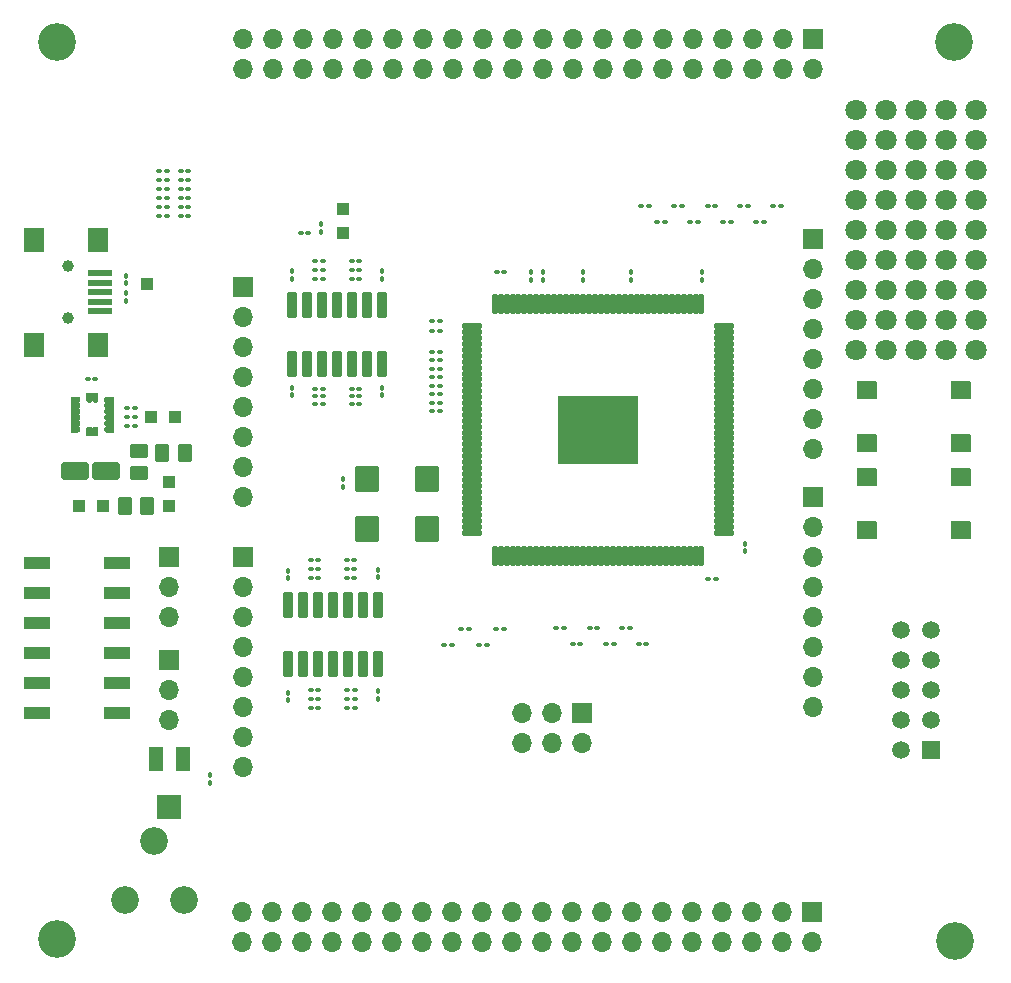
<source format=gbr>
%TF.GenerationSoftware,KiCad,Pcbnew,8.0.1*%
%TF.CreationDate,2024-05-02T11:18:55+05:30*%
%TF.ProjectId,MAX10eval,4d415831-3065-4766-916c-2e6b69636164,rev?*%
%TF.SameCoordinates,Original*%
%TF.FileFunction,Soldermask,Top*%
%TF.FilePolarity,Negative*%
%FSLAX46Y46*%
G04 Gerber Fmt 4.6, Leading zero omitted, Abs format (unit mm)*
G04 Created by KiCad (PCBNEW 8.0.1) date 2024-05-02 11:18:55*
%MOMM*%
%LPD*%
G01*
G04 APERTURE LIST*
G04 Aperture macros list*
%AMRoundRect*
0 Rectangle with rounded corners*
0 $1 Rounding radius*
0 $2 $3 $4 $5 $6 $7 $8 $9 X,Y pos of 4 corners*
0 Add a 4 corners polygon primitive as box body*
4,1,4,$2,$3,$4,$5,$6,$7,$8,$9,$2,$3,0*
0 Add four circle primitives for the rounded corners*
1,1,$1+$1,$2,$3*
1,1,$1+$1,$4,$5*
1,1,$1+$1,$6,$7*
1,1,$1+$1,$8,$9*
0 Add four rect primitives between the rounded corners*
20,1,$1+$1,$2,$3,$4,$5,0*
20,1,$1+$1,$4,$5,$6,$7,0*
20,1,$1+$1,$6,$7,$8,$9,0*
20,1,$1+$1,$8,$9,$2,$3,0*%
G04 Aperture macros list end*
%ADD10C,0.000100*%
%ADD11RoundRect,0.100000X0.130000X0.100000X-0.130000X0.100000X-0.130000X-0.100000X0.130000X-0.100000X0*%
%ADD12RoundRect,0.100000X-0.130000X-0.100000X0.130000X-0.100000X0.130000X0.100000X-0.130000X0.100000X0*%
%ADD13C,1.800000*%
%ADD14RoundRect,0.102000X-0.774700X-0.647700X0.774700X-0.647700X0.774700X0.647700X-0.774700X0.647700X0*%
%ADD15RoundRect,0.100000X-0.100000X0.130000X-0.100000X-0.130000X0.100000X-0.130000X0.100000X0.130000X0*%
%ADD16R,1.000000X1.000000*%
%ADD17R,1.700000X1.700000*%
%ADD18O,1.700000X1.700000*%
%ADD19RoundRect,0.100000X0.100000X-0.130000X0.100000X0.130000X-0.100000X0.130000X-0.100000X-0.130000X0*%
%ADD20RoundRect,0.120600X-0.281400X0.966400X-0.281400X-0.966400X0.281400X-0.966400X0.281400X0.966400X0*%
%ADD21RoundRect,0.102000X-0.900000X-1.000000X0.900000X-1.000000X0.900000X1.000000X-0.900000X1.000000X0*%
%ADD22C,3.200000*%
%ADD23C,2.340000*%
%ADD24RoundRect,0.102000X-0.735000X-0.140000X0.735000X-0.140000X0.735000X0.140000X-0.735000X0.140000X0*%
%ADD25RoundRect,0.102000X-0.140000X-0.735000X0.140000X-0.735000X0.140000X0.735000X-0.140000X0.735000X0*%
%ADD26RoundRect,0.102000X-3.305000X-2.810000X3.305000X-2.810000X3.305000X2.810000X-3.305000X2.810000X0*%
%ADD27R,2.160000X1.120000*%
%ADD28RoundRect,0.250001X0.924999X0.499999X-0.924999X0.499999X-0.924999X-0.499999X0.924999X-0.499999X0*%
%ADD29RoundRect,0.102000X-0.460000X-0.690000X0.460000X-0.690000X0.460000X0.690000X-0.460000X0.690000X0*%
%ADD30R,1.300000X2.000000*%
%ADD31R,2.000000X2.000000*%
%ADD32C,1.000000*%
%ADD33R,2.000000X0.500000*%
%ADD34R,1.700000X2.000000*%
%ADD35R,1.490000X1.490000*%
%ADD36C,1.490000*%
%ADD37RoundRect,0.102000X0.690000X-0.460000X0.690000X0.460000X-0.690000X0.460000X-0.690000X-0.460000X0*%
G04 APERTURE END LIST*
D10*
%TO.C,U1*%
X113109500Y-87680000D02*
X113120500Y-87682000D01*
X113132500Y-87684000D01*
X113143500Y-87687000D01*
X113155500Y-87690000D01*
X113166500Y-87694000D01*
X113177500Y-87698000D01*
X113187500Y-87704000D01*
X113197500Y-87709000D01*
X113208500Y-87715000D01*
X113217500Y-87722000D01*
X113227500Y-87729000D01*
X113236500Y-87737000D01*
X113244500Y-87745000D01*
X113252500Y-87753000D01*
X113260500Y-87762000D01*
X113267500Y-87772000D01*
X113274500Y-87781000D01*
X113280500Y-87791000D01*
X113285500Y-87802000D01*
X113291500Y-87812000D01*
X113295500Y-87823000D01*
X113299500Y-87834000D01*
X113302500Y-87846000D01*
X113305500Y-87857000D01*
X113307500Y-87869000D01*
X113309500Y-87880000D01*
X113310500Y-87892000D01*
X113310500Y-87904000D01*
X113310500Y-87916000D01*
X113309500Y-87928000D01*
X113307500Y-87939000D01*
X113305500Y-87951000D01*
X113302500Y-87962000D01*
X113299500Y-87974000D01*
X113295500Y-87985000D01*
X113291500Y-87996000D01*
X113285500Y-88006000D01*
X113280500Y-88017000D01*
X113274500Y-88027000D01*
X113267500Y-88036000D01*
X113260500Y-88046000D01*
X113252500Y-88055000D01*
X113244500Y-88063000D01*
X113236500Y-88071000D01*
X113227500Y-88079000D01*
X113217500Y-88086000D01*
X113208500Y-88093000D01*
X113197500Y-88099000D01*
X113187500Y-88104000D01*
X113177500Y-88110000D01*
X113166500Y-88114000D01*
X113155500Y-88118000D01*
X113143500Y-88121000D01*
X113132500Y-88124000D01*
X113120500Y-88126000D01*
X113109500Y-88128000D01*
X113097500Y-88129000D01*
X113085500Y-88129000D01*
X112560500Y-88129000D01*
X112560500Y-87679000D01*
X113085500Y-87679000D01*
X113097500Y-87679000D01*
X113109500Y-87680000D01*
G36*
X113109500Y-87680000D02*
G01*
X113120500Y-87682000D01*
X113132500Y-87684000D01*
X113143500Y-87687000D01*
X113155500Y-87690000D01*
X113166500Y-87694000D01*
X113177500Y-87698000D01*
X113187500Y-87704000D01*
X113197500Y-87709000D01*
X113208500Y-87715000D01*
X113217500Y-87722000D01*
X113227500Y-87729000D01*
X113236500Y-87737000D01*
X113244500Y-87745000D01*
X113252500Y-87753000D01*
X113260500Y-87762000D01*
X113267500Y-87772000D01*
X113274500Y-87781000D01*
X113280500Y-87791000D01*
X113285500Y-87802000D01*
X113291500Y-87812000D01*
X113295500Y-87823000D01*
X113299500Y-87834000D01*
X113302500Y-87846000D01*
X113305500Y-87857000D01*
X113307500Y-87869000D01*
X113309500Y-87880000D01*
X113310500Y-87892000D01*
X113310500Y-87904000D01*
X113310500Y-87916000D01*
X113309500Y-87928000D01*
X113307500Y-87939000D01*
X113305500Y-87951000D01*
X113302500Y-87962000D01*
X113299500Y-87974000D01*
X113295500Y-87985000D01*
X113291500Y-87996000D01*
X113285500Y-88006000D01*
X113280500Y-88017000D01*
X113274500Y-88027000D01*
X113267500Y-88036000D01*
X113260500Y-88046000D01*
X113252500Y-88055000D01*
X113244500Y-88063000D01*
X113236500Y-88071000D01*
X113227500Y-88079000D01*
X113217500Y-88086000D01*
X113208500Y-88093000D01*
X113197500Y-88099000D01*
X113187500Y-88104000D01*
X113177500Y-88110000D01*
X113166500Y-88114000D01*
X113155500Y-88118000D01*
X113143500Y-88121000D01*
X113132500Y-88124000D01*
X113120500Y-88126000D01*
X113109500Y-88128000D01*
X113097500Y-88129000D01*
X113085500Y-88129000D01*
X112560500Y-88129000D01*
X112560500Y-87679000D01*
X113085500Y-87679000D01*
X113097500Y-87679000D01*
X113109500Y-87680000D01*
G37*
X113109500Y-88180000D02*
X113120500Y-88182000D01*
X113132500Y-88184000D01*
X113143500Y-88187000D01*
X113155500Y-88190000D01*
X113166500Y-88194000D01*
X113177500Y-88198000D01*
X113187500Y-88204000D01*
X113197500Y-88209000D01*
X113208500Y-88215000D01*
X113217500Y-88222000D01*
X113227500Y-88229000D01*
X113236500Y-88237000D01*
X113244500Y-88245000D01*
X113252500Y-88253000D01*
X113260500Y-88262000D01*
X113267500Y-88272000D01*
X113274500Y-88281000D01*
X113280500Y-88291000D01*
X113285500Y-88302000D01*
X113291500Y-88312000D01*
X113295500Y-88323000D01*
X113299500Y-88334000D01*
X113302500Y-88346000D01*
X113305500Y-88357000D01*
X113307500Y-88369000D01*
X113309500Y-88380000D01*
X113310500Y-88392000D01*
X113310500Y-88404000D01*
X113310500Y-88416000D01*
X113309500Y-88428000D01*
X113307500Y-88439000D01*
X113305500Y-88451000D01*
X113302500Y-88462000D01*
X113299500Y-88474000D01*
X113295500Y-88485000D01*
X113291500Y-88496000D01*
X113285500Y-88506000D01*
X113280500Y-88517000D01*
X113274500Y-88527000D01*
X113267500Y-88536000D01*
X113260500Y-88546000D01*
X113252500Y-88555000D01*
X113244500Y-88563000D01*
X113236500Y-88571000D01*
X113227500Y-88579000D01*
X113217500Y-88586000D01*
X113208500Y-88593000D01*
X113197500Y-88599000D01*
X113187500Y-88604000D01*
X113177500Y-88610000D01*
X113166500Y-88614000D01*
X113155500Y-88618000D01*
X113143500Y-88621000D01*
X113132500Y-88624000D01*
X113120500Y-88626000D01*
X113109500Y-88628000D01*
X113097500Y-88629000D01*
X113085500Y-88629000D01*
X112560500Y-88629000D01*
X112560500Y-88179000D01*
X113085500Y-88179000D01*
X113097500Y-88179000D01*
X113109500Y-88180000D01*
G36*
X113109500Y-88180000D02*
G01*
X113120500Y-88182000D01*
X113132500Y-88184000D01*
X113143500Y-88187000D01*
X113155500Y-88190000D01*
X113166500Y-88194000D01*
X113177500Y-88198000D01*
X113187500Y-88204000D01*
X113197500Y-88209000D01*
X113208500Y-88215000D01*
X113217500Y-88222000D01*
X113227500Y-88229000D01*
X113236500Y-88237000D01*
X113244500Y-88245000D01*
X113252500Y-88253000D01*
X113260500Y-88262000D01*
X113267500Y-88272000D01*
X113274500Y-88281000D01*
X113280500Y-88291000D01*
X113285500Y-88302000D01*
X113291500Y-88312000D01*
X113295500Y-88323000D01*
X113299500Y-88334000D01*
X113302500Y-88346000D01*
X113305500Y-88357000D01*
X113307500Y-88369000D01*
X113309500Y-88380000D01*
X113310500Y-88392000D01*
X113310500Y-88404000D01*
X113310500Y-88416000D01*
X113309500Y-88428000D01*
X113307500Y-88439000D01*
X113305500Y-88451000D01*
X113302500Y-88462000D01*
X113299500Y-88474000D01*
X113295500Y-88485000D01*
X113291500Y-88496000D01*
X113285500Y-88506000D01*
X113280500Y-88517000D01*
X113274500Y-88527000D01*
X113267500Y-88536000D01*
X113260500Y-88546000D01*
X113252500Y-88555000D01*
X113244500Y-88563000D01*
X113236500Y-88571000D01*
X113227500Y-88579000D01*
X113217500Y-88586000D01*
X113208500Y-88593000D01*
X113197500Y-88599000D01*
X113187500Y-88604000D01*
X113177500Y-88610000D01*
X113166500Y-88614000D01*
X113155500Y-88618000D01*
X113143500Y-88621000D01*
X113132500Y-88624000D01*
X113120500Y-88626000D01*
X113109500Y-88628000D01*
X113097500Y-88629000D01*
X113085500Y-88629000D01*
X112560500Y-88629000D01*
X112560500Y-88179000D01*
X113085500Y-88179000D01*
X113097500Y-88179000D01*
X113109500Y-88180000D01*
G37*
X113109500Y-88680000D02*
X113120500Y-88682000D01*
X113132500Y-88684000D01*
X113143500Y-88687000D01*
X113155500Y-88690000D01*
X113166500Y-88694000D01*
X113177500Y-88698000D01*
X113187500Y-88704000D01*
X113197500Y-88709000D01*
X113208500Y-88715000D01*
X113217500Y-88722000D01*
X113227500Y-88729000D01*
X113236500Y-88737000D01*
X113244500Y-88745000D01*
X113252500Y-88753000D01*
X113260500Y-88762000D01*
X113267500Y-88772000D01*
X113274500Y-88781000D01*
X113280500Y-88792000D01*
X113285500Y-88802000D01*
X113291500Y-88812000D01*
X113295500Y-88823000D01*
X113299500Y-88834000D01*
X113302500Y-88846000D01*
X113305500Y-88857000D01*
X113307500Y-88869000D01*
X113309500Y-88880000D01*
X113310500Y-88892000D01*
X113310500Y-88904000D01*
X113310500Y-88916000D01*
X113309500Y-88928000D01*
X113307500Y-88939000D01*
X113305500Y-88951000D01*
X113302500Y-88962000D01*
X113299500Y-88974000D01*
X113295500Y-88985000D01*
X113291500Y-88996000D01*
X113285500Y-89006000D01*
X113280500Y-89017000D01*
X113274500Y-89027000D01*
X113267500Y-89036000D01*
X113260500Y-89046000D01*
X113252500Y-89055000D01*
X113244500Y-89063000D01*
X113236500Y-89071000D01*
X113227500Y-89079000D01*
X113217500Y-89086000D01*
X113208500Y-89093000D01*
X113197500Y-89099000D01*
X113187500Y-89104000D01*
X113177500Y-89110000D01*
X113166500Y-89114000D01*
X113155500Y-89118000D01*
X113143500Y-89121000D01*
X113132500Y-89124000D01*
X113120500Y-89126000D01*
X113109500Y-89128000D01*
X113097500Y-89129000D01*
X113085500Y-89129000D01*
X112560500Y-89129000D01*
X112560500Y-88679000D01*
X113085500Y-88679000D01*
X113097500Y-88679000D01*
X113109500Y-88680000D01*
G36*
X113109500Y-88680000D02*
G01*
X113120500Y-88682000D01*
X113132500Y-88684000D01*
X113143500Y-88687000D01*
X113155500Y-88690000D01*
X113166500Y-88694000D01*
X113177500Y-88698000D01*
X113187500Y-88704000D01*
X113197500Y-88709000D01*
X113208500Y-88715000D01*
X113217500Y-88722000D01*
X113227500Y-88729000D01*
X113236500Y-88737000D01*
X113244500Y-88745000D01*
X113252500Y-88753000D01*
X113260500Y-88762000D01*
X113267500Y-88772000D01*
X113274500Y-88781000D01*
X113280500Y-88792000D01*
X113285500Y-88802000D01*
X113291500Y-88812000D01*
X113295500Y-88823000D01*
X113299500Y-88834000D01*
X113302500Y-88846000D01*
X113305500Y-88857000D01*
X113307500Y-88869000D01*
X113309500Y-88880000D01*
X113310500Y-88892000D01*
X113310500Y-88904000D01*
X113310500Y-88916000D01*
X113309500Y-88928000D01*
X113307500Y-88939000D01*
X113305500Y-88951000D01*
X113302500Y-88962000D01*
X113299500Y-88974000D01*
X113295500Y-88985000D01*
X113291500Y-88996000D01*
X113285500Y-89006000D01*
X113280500Y-89017000D01*
X113274500Y-89027000D01*
X113267500Y-89036000D01*
X113260500Y-89046000D01*
X113252500Y-89055000D01*
X113244500Y-89063000D01*
X113236500Y-89071000D01*
X113227500Y-89079000D01*
X113217500Y-89086000D01*
X113208500Y-89093000D01*
X113197500Y-89099000D01*
X113187500Y-89104000D01*
X113177500Y-89110000D01*
X113166500Y-89114000D01*
X113155500Y-89118000D01*
X113143500Y-89121000D01*
X113132500Y-89124000D01*
X113120500Y-89126000D01*
X113109500Y-89128000D01*
X113097500Y-89129000D01*
X113085500Y-89129000D01*
X112560500Y-89129000D01*
X112560500Y-88679000D01*
X113085500Y-88679000D01*
X113097500Y-88679000D01*
X113109500Y-88680000D01*
G37*
X113109500Y-89180000D02*
X113120500Y-89182000D01*
X113132500Y-89184000D01*
X113143500Y-89187000D01*
X113155500Y-89190000D01*
X113166500Y-89194000D01*
X113177500Y-89198000D01*
X113187500Y-89204000D01*
X113197500Y-89209000D01*
X113208500Y-89215000D01*
X113217500Y-89222000D01*
X113227500Y-89229000D01*
X113236500Y-89237000D01*
X113244500Y-89245000D01*
X113252500Y-89253000D01*
X113260500Y-89262000D01*
X113267500Y-89272000D01*
X113274500Y-89281000D01*
X113280500Y-89291000D01*
X113285500Y-89302000D01*
X113291500Y-89312000D01*
X113295500Y-89323000D01*
X113299500Y-89334000D01*
X113302500Y-89346000D01*
X113305500Y-89357000D01*
X113307500Y-89369000D01*
X113309500Y-89380000D01*
X113310500Y-89392000D01*
X113310500Y-89404000D01*
X113310500Y-89416000D01*
X113309500Y-89428000D01*
X113307500Y-89439000D01*
X113305500Y-89451000D01*
X113302500Y-89462000D01*
X113299500Y-89474000D01*
X113295500Y-89485000D01*
X113291500Y-89496000D01*
X113285500Y-89506000D01*
X113280500Y-89516000D01*
X113274500Y-89527000D01*
X113267500Y-89536000D01*
X113260500Y-89546000D01*
X113252500Y-89555000D01*
X113244500Y-89563000D01*
X113236500Y-89571000D01*
X113227500Y-89579000D01*
X113217500Y-89586000D01*
X113208500Y-89593000D01*
X113197500Y-89599000D01*
X113187500Y-89604000D01*
X113177500Y-89610000D01*
X113166500Y-89614000D01*
X113155500Y-89618000D01*
X113143500Y-89621000D01*
X113132500Y-89624000D01*
X113120500Y-89626000D01*
X113109500Y-89628000D01*
X113097500Y-89629000D01*
X113085500Y-89629000D01*
X112560500Y-89629000D01*
X112560500Y-89179000D01*
X113085500Y-89179000D01*
X113097500Y-89179000D01*
X113109500Y-89180000D01*
G36*
X113109500Y-89180000D02*
G01*
X113120500Y-89182000D01*
X113132500Y-89184000D01*
X113143500Y-89187000D01*
X113155500Y-89190000D01*
X113166500Y-89194000D01*
X113177500Y-89198000D01*
X113187500Y-89204000D01*
X113197500Y-89209000D01*
X113208500Y-89215000D01*
X113217500Y-89222000D01*
X113227500Y-89229000D01*
X113236500Y-89237000D01*
X113244500Y-89245000D01*
X113252500Y-89253000D01*
X113260500Y-89262000D01*
X113267500Y-89272000D01*
X113274500Y-89281000D01*
X113280500Y-89291000D01*
X113285500Y-89302000D01*
X113291500Y-89312000D01*
X113295500Y-89323000D01*
X113299500Y-89334000D01*
X113302500Y-89346000D01*
X113305500Y-89357000D01*
X113307500Y-89369000D01*
X113309500Y-89380000D01*
X113310500Y-89392000D01*
X113310500Y-89404000D01*
X113310500Y-89416000D01*
X113309500Y-89428000D01*
X113307500Y-89439000D01*
X113305500Y-89451000D01*
X113302500Y-89462000D01*
X113299500Y-89474000D01*
X113295500Y-89485000D01*
X113291500Y-89496000D01*
X113285500Y-89506000D01*
X113280500Y-89516000D01*
X113274500Y-89527000D01*
X113267500Y-89536000D01*
X113260500Y-89546000D01*
X113252500Y-89555000D01*
X113244500Y-89563000D01*
X113236500Y-89571000D01*
X113227500Y-89579000D01*
X113217500Y-89586000D01*
X113208500Y-89593000D01*
X113197500Y-89599000D01*
X113187500Y-89604000D01*
X113177500Y-89610000D01*
X113166500Y-89614000D01*
X113155500Y-89618000D01*
X113143500Y-89621000D01*
X113132500Y-89624000D01*
X113120500Y-89626000D01*
X113109500Y-89628000D01*
X113097500Y-89629000D01*
X113085500Y-89629000D01*
X112560500Y-89629000D01*
X112560500Y-89179000D01*
X113085500Y-89179000D01*
X113097500Y-89179000D01*
X113109500Y-89180000D01*
G37*
X113109500Y-89680000D02*
X113120500Y-89682000D01*
X113132500Y-89684000D01*
X113143500Y-89687000D01*
X113155500Y-89690000D01*
X113166500Y-89694000D01*
X113177500Y-89698000D01*
X113187500Y-89704000D01*
X113197500Y-89709000D01*
X113208500Y-89715000D01*
X113217500Y-89722000D01*
X113227500Y-89729000D01*
X113236500Y-89737000D01*
X113244500Y-89745000D01*
X113252500Y-89753000D01*
X113260500Y-89762000D01*
X113267500Y-89772000D01*
X113274500Y-89781000D01*
X113280500Y-89791000D01*
X113285500Y-89802000D01*
X113291500Y-89812000D01*
X113295500Y-89823000D01*
X113299500Y-89834000D01*
X113302500Y-89846000D01*
X113305500Y-89857000D01*
X113307500Y-89869000D01*
X113309500Y-89880000D01*
X113310500Y-89892000D01*
X113310500Y-89904000D01*
X113310500Y-89916000D01*
X113309500Y-89928000D01*
X113307500Y-89939000D01*
X113305500Y-89951000D01*
X113302500Y-89962000D01*
X113299500Y-89974000D01*
X113295500Y-89985000D01*
X113291500Y-89996000D01*
X113285500Y-90006000D01*
X113280500Y-90017000D01*
X113274500Y-90027000D01*
X113267500Y-90036000D01*
X113260500Y-90046000D01*
X113252500Y-90055000D01*
X113244500Y-90063000D01*
X113236500Y-90071000D01*
X113227500Y-90079000D01*
X113217500Y-90086000D01*
X113208500Y-90093000D01*
X113197500Y-90099000D01*
X113187500Y-90104000D01*
X113177500Y-90110000D01*
X113166500Y-90114000D01*
X113155500Y-90118000D01*
X113143500Y-90121000D01*
X113132500Y-90124000D01*
X113120500Y-90126000D01*
X113109500Y-90128000D01*
X113097500Y-90129000D01*
X113085500Y-90129000D01*
X112560500Y-90129000D01*
X112560500Y-89679000D01*
X113085500Y-89679000D01*
X113097500Y-89679000D01*
X113109500Y-89680000D01*
G36*
X113109500Y-89680000D02*
G01*
X113120500Y-89682000D01*
X113132500Y-89684000D01*
X113143500Y-89687000D01*
X113155500Y-89690000D01*
X113166500Y-89694000D01*
X113177500Y-89698000D01*
X113187500Y-89704000D01*
X113197500Y-89709000D01*
X113208500Y-89715000D01*
X113217500Y-89722000D01*
X113227500Y-89729000D01*
X113236500Y-89737000D01*
X113244500Y-89745000D01*
X113252500Y-89753000D01*
X113260500Y-89762000D01*
X113267500Y-89772000D01*
X113274500Y-89781000D01*
X113280500Y-89791000D01*
X113285500Y-89802000D01*
X113291500Y-89812000D01*
X113295500Y-89823000D01*
X113299500Y-89834000D01*
X113302500Y-89846000D01*
X113305500Y-89857000D01*
X113307500Y-89869000D01*
X113309500Y-89880000D01*
X113310500Y-89892000D01*
X113310500Y-89904000D01*
X113310500Y-89916000D01*
X113309500Y-89928000D01*
X113307500Y-89939000D01*
X113305500Y-89951000D01*
X113302500Y-89962000D01*
X113299500Y-89974000D01*
X113295500Y-89985000D01*
X113291500Y-89996000D01*
X113285500Y-90006000D01*
X113280500Y-90017000D01*
X113274500Y-90027000D01*
X113267500Y-90036000D01*
X113260500Y-90046000D01*
X113252500Y-90055000D01*
X113244500Y-90063000D01*
X113236500Y-90071000D01*
X113227500Y-90079000D01*
X113217500Y-90086000D01*
X113208500Y-90093000D01*
X113197500Y-90099000D01*
X113187500Y-90104000D01*
X113177500Y-90110000D01*
X113166500Y-90114000D01*
X113155500Y-90118000D01*
X113143500Y-90121000D01*
X113132500Y-90124000D01*
X113120500Y-90126000D01*
X113109500Y-90128000D01*
X113097500Y-90129000D01*
X113085500Y-90129000D01*
X112560500Y-90129000D01*
X112560500Y-89679000D01*
X113085500Y-89679000D01*
X113097500Y-89679000D01*
X113109500Y-89680000D01*
G37*
X113109500Y-90180000D02*
X113120500Y-90182000D01*
X113132500Y-90184000D01*
X113143500Y-90187000D01*
X113155500Y-90190000D01*
X113166500Y-90194000D01*
X113177500Y-90198000D01*
X113187500Y-90204000D01*
X113197500Y-90209000D01*
X113208500Y-90215000D01*
X113217500Y-90222000D01*
X113227500Y-90229000D01*
X113236500Y-90237000D01*
X113244500Y-90245000D01*
X113252500Y-90253000D01*
X113260500Y-90262000D01*
X113267500Y-90272000D01*
X113274500Y-90281000D01*
X113280500Y-90291000D01*
X113285500Y-90302000D01*
X113291500Y-90312000D01*
X113295500Y-90323000D01*
X113299500Y-90334000D01*
X113302500Y-90346000D01*
X113305500Y-90357000D01*
X113307500Y-90369000D01*
X113309500Y-90380000D01*
X113310500Y-90392000D01*
X113310500Y-90404000D01*
X113310500Y-90416000D01*
X113309500Y-90428000D01*
X113307500Y-90439000D01*
X113305500Y-90451000D01*
X113302500Y-90462000D01*
X113299500Y-90474000D01*
X113295500Y-90485000D01*
X113291500Y-90496000D01*
X113285500Y-90506000D01*
X113280500Y-90517000D01*
X113274500Y-90527000D01*
X113267500Y-90536000D01*
X113260500Y-90546000D01*
X113252500Y-90555000D01*
X113244500Y-90563000D01*
X113236500Y-90571000D01*
X113227500Y-90579000D01*
X113217500Y-90586000D01*
X113208500Y-90593000D01*
X113197500Y-90599000D01*
X113187500Y-90604000D01*
X113177500Y-90610000D01*
X113166500Y-90614000D01*
X113155500Y-90618000D01*
X113143500Y-90621000D01*
X113132500Y-90624000D01*
X113120500Y-90626000D01*
X113109500Y-90628000D01*
X113097500Y-90629000D01*
X113085500Y-90629000D01*
X112560500Y-90629000D01*
X112560500Y-90179000D01*
X113085500Y-90179000D01*
X113097500Y-90179000D01*
X113109500Y-90180000D01*
G36*
X113109500Y-90180000D02*
G01*
X113120500Y-90182000D01*
X113132500Y-90184000D01*
X113143500Y-90187000D01*
X113155500Y-90190000D01*
X113166500Y-90194000D01*
X113177500Y-90198000D01*
X113187500Y-90204000D01*
X113197500Y-90209000D01*
X113208500Y-90215000D01*
X113217500Y-90222000D01*
X113227500Y-90229000D01*
X113236500Y-90237000D01*
X113244500Y-90245000D01*
X113252500Y-90253000D01*
X113260500Y-90262000D01*
X113267500Y-90272000D01*
X113274500Y-90281000D01*
X113280500Y-90291000D01*
X113285500Y-90302000D01*
X113291500Y-90312000D01*
X113295500Y-90323000D01*
X113299500Y-90334000D01*
X113302500Y-90346000D01*
X113305500Y-90357000D01*
X113307500Y-90369000D01*
X113309500Y-90380000D01*
X113310500Y-90392000D01*
X113310500Y-90404000D01*
X113310500Y-90416000D01*
X113309500Y-90428000D01*
X113307500Y-90439000D01*
X113305500Y-90451000D01*
X113302500Y-90462000D01*
X113299500Y-90474000D01*
X113295500Y-90485000D01*
X113291500Y-90496000D01*
X113285500Y-90506000D01*
X113280500Y-90517000D01*
X113274500Y-90527000D01*
X113267500Y-90536000D01*
X113260500Y-90546000D01*
X113252500Y-90555000D01*
X113244500Y-90563000D01*
X113236500Y-90571000D01*
X113227500Y-90579000D01*
X113217500Y-90586000D01*
X113208500Y-90593000D01*
X113197500Y-90599000D01*
X113187500Y-90604000D01*
X113177500Y-90610000D01*
X113166500Y-90614000D01*
X113155500Y-90618000D01*
X113143500Y-90621000D01*
X113132500Y-90624000D01*
X113120500Y-90626000D01*
X113109500Y-90628000D01*
X113097500Y-90629000D01*
X113085500Y-90629000D01*
X112560500Y-90629000D01*
X112560500Y-90179000D01*
X113085500Y-90179000D01*
X113097500Y-90179000D01*
X113109500Y-90180000D01*
G37*
X114134500Y-90205000D02*
X114145500Y-90207000D01*
X114157500Y-90209000D01*
X114168500Y-90212000D01*
X114180500Y-90215000D01*
X114191500Y-90219000D01*
X114202500Y-90223000D01*
X114212500Y-90229000D01*
X114223500Y-90234000D01*
X114233500Y-90240000D01*
X114242500Y-90247000D01*
X114252500Y-90254000D01*
X114261500Y-90262000D01*
X114269500Y-90270000D01*
X114277500Y-90278000D01*
X114285500Y-90287000D01*
X114292500Y-90297000D01*
X114299500Y-90306000D01*
X114305500Y-90317000D01*
X114310500Y-90327000D01*
X114316500Y-90337000D01*
X114320500Y-90348000D01*
X114324500Y-90359000D01*
X114327500Y-90371000D01*
X114330500Y-90382000D01*
X114332500Y-90394000D01*
X114334500Y-90405000D01*
X114335500Y-90417000D01*
X114335500Y-90429000D01*
X114335500Y-90954000D01*
X113885500Y-90954000D01*
X113885500Y-90429000D01*
X113885500Y-90417000D01*
X113886500Y-90405000D01*
X113888500Y-90394000D01*
X113890500Y-90382000D01*
X113893500Y-90371000D01*
X113896500Y-90359000D01*
X113900500Y-90348000D01*
X113904500Y-90337000D01*
X113910500Y-90327000D01*
X113915500Y-90317000D01*
X113921500Y-90306000D01*
X113928500Y-90297000D01*
X113935500Y-90287000D01*
X113943500Y-90278000D01*
X113951500Y-90270000D01*
X113959500Y-90262000D01*
X113968500Y-90254000D01*
X113978500Y-90247000D01*
X113987500Y-90240000D01*
X113998500Y-90234000D01*
X114008500Y-90229000D01*
X114018500Y-90223000D01*
X114029500Y-90219000D01*
X114040500Y-90215000D01*
X114052500Y-90212000D01*
X114063500Y-90209000D01*
X114075500Y-90207000D01*
X114086500Y-90205000D01*
X114098500Y-90204000D01*
X114110500Y-90204000D01*
X114122500Y-90204000D01*
X114134500Y-90205000D01*
G36*
X114134500Y-90205000D02*
G01*
X114145500Y-90207000D01*
X114157500Y-90209000D01*
X114168500Y-90212000D01*
X114180500Y-90215000D01*
X114191500Y-90219000D01*
X114202500Y-90223000D01*
X114212500Y-90229000D01*
X114223500Y-90234000D01*
X114233500Y-90240000D01*
X114242500Y-90247000D01*
X114252500Y-90254000D01*
X114261500Y-90262000D01*
X114269500Y-90270000D01*
X114277500Y-90278000D01*
X114285500Y-90287000D01*
X114292500Y-90297000D01*
X114299500Y-90306000D01*
X114305500Y-90317000D01*
X114310500Y-90327000D01*
X114316500Y-90337000D01*
X114320500Y-90348000D01*
X114324500Y-90359000D01*
X114327500Y-90371000D01*
X114330500Y-90382000D01*
X114332500Y-90394000D01*
X114334500Y-90405000D01*
X114335500Y-90417000D01*
X114335500Y-90429000D01*
X114335500Y-90954000D01*
X113885500Y-90954000D01*
X113885500Y-90429000D01*
X113885500Y-90417000D01*
X113886500Y-90405000D01*
X113888500Y-90394000D01*
X113890500Y-90382000D01*
X113893500Y-90371000D01*
X113896500Y-90359000D01*
X113900500Y-90348000D01*
X113904500Y-90337000D01*
X113910500Y-90327000D01*
X113915500Y-90317000D01*
X113921500Y-90306000D01*
X113928500Y-90297000D01*
X113935500Y-90287000D01*
X113943500Y-90278000D01*
X113951500Y-90270000D01*
X113959500Y-90262000D01*
X113968500Y-90254000D01*
X113978500Y-90247000D01*
X113987500Y-90240000D01*
X113998500Y-90234000D01*
X114008500Y-90229000D01*
X114018500Y-90223000D01*
X114029500Y-90219000D01*
X114040500Y-90215000D01*
X114052500Y-90212000D01*
X114063500Y-90209000D01*
X114075500Y-90207000D01*
X114086500Y-90205000D01*
X114098500Y-90204000D01*
X114110500Y-90204000D01*
X114122500Y-90204000D01*
X114134500Y-90205000D01*
G37*
X114335500Y-87879000D02*
X114335500Y-87891000D01*
X114334500Y-87903000D01*
X114332500Y-87914000D01*
X114330500Y-87926000D01*
X114327500Y-87937000D01*
X114324500Y-87949000D01*
X114320500Y-87960000D01*
X114316500Y-87971000D01*
X114310500Y-87981000D01*
X114305500Y-87991000D01*
X114299500Y-88002000D01*
X114292500Y-88011000D01*
X114285500Y-88021000D01*
X114277500Y-88030000D01*
X114269500Y-88038000D01*
X114261500Y-88046000D01*
X114252500Y-88054000D01*
X114242500Y-88061000D01*
X114233500Y-88068000D01*
X114223500Y-88074000D01*
X114212500Y-88079000D01*
X114202500Y-88085000D01*
X114191500Y-88089000D01*
X114180500Y-88093000D01*
X114168500Y-88096000D01*
X114157500Y-88099000D01*
X114145500Y-88101000D01*
X114134500Y-88103000D01*
X114122500Y-88104000D01*
X114110500Y-88104000D01*
X114098500Y-88104000D01*
X114086500Y-88103000D01*
X114075500Y-88101000D01*
X114063500Y-88099000D01*
X114052500Y-88096000D01*
X114040500Y-88093000D01*
X114029500Y-88089000D01*
X114018500Y-88085000D01*
X114008500Y-88079000D01*
X113998500Y-88074000D01*
X113987500Y-88068000D01*
X113978500Y-88061000D01*
X113968500Y-88054000D01*
X113959500Y-88046000D01*
X113951500Y-88038000D01*
X113943500Y-88030000D01*
X113935500Y-88021000D01*
X113928500Y-88011000D01*
X113921500Y-88002000D01*
X113915500Y-87991000D01*
X113910500Y-87981000D01*
X113904500Y-87971000D01*
X113900500Y-87960000D01*
X113896500Y-87949000D01*
X113893500Y-87937000D01*
X113890500Y-87926000D01*
X113888500Y-87914000D01*
X113886500Y-87903000D01*
X113885500Y-87891000D01*
X113885500Y-87879000D01*
X113885500Y-87354000D01*
X114335500Y-87354000D01*
X114335500Y-87879000D01*
G36*
X114335500Y-87879000D02*
G01*
X114335500Y-87891000D01*
X114334500Y-87903000D01*
X114332500Y-87914000D01*
X114330500Y-87926000D01*
X114327500Y-87937000D01*
X114324500Y-87949000D01*
X114320500Y-87960000D01*
X114316500Y-87971000D01*
X114310500Y-87981000D01*
X114305500Y-87991000D01*
X114299500Y-88002000D01*
X114292500Y-88011000D01*
X114285500Y-88021000D01*
X114277500Y-88030000D01*
X114269500Y-88038000D01*
X114261500Y-88046000D01*
X114252500Y-88054000D01*
X114242500Y-88061000D01*
X114233500Y-88068000D01*
X114223500Y-88074000D01*
X114212500Y-88079000D01*
X114202500Y-88085000D01*
X114191500Y-88089000D01*
X114180500Y-88093000D01*
X114168500Y-88096000D01*
X114157500Y-88099000D01*
X114145500Y-88101000D01*
X114134500Y-88103000D01*
X114122500Y-88104000D01*
X114110500Y-88104000D01*
X114098500Y-88104000D01*
X114086500Y-88103000D01*
X114075500Y-88101000D01*
X114063500Y-88099000D01*
X114052500Y-88096000D01*
X114040500Y-88093000D01*
X114029500Y-88089000D01*
X114018500Y-88085000D01*
X114008500Y-88079000D01*
X113998500Y-88074000D01*
X113987500Y-88068000D01*
X113978500Y-88061000D01*
X113968500Y-88054000D01*
X113959500Y-88046000D01*
X113951500Y-88038000D01*
X113943500Y-88030000D01*
X113935500Y-88021000D01*
X113928500Y-88011000D01*
X113921500Y-88002000D01*
X113915500Y-87991000D01*
X113910500Y-87981000D01*
X113904500Y-87971000D01*
X113900500Y-87960000D01*
X113896500Y-87949000D01*
X113893500Y-87937000D01*
X113890500Y-87926000D01*
X113888500Y-87914000D01*
X113886500Y-87903000D01*
X113885500Y-87891000D01*
X113885500Y-87879000D01*
X113885500Y-87354000D01*
X114335500Y-87354000D01*
X114335500Y-87879000D01*
G37*
X114634500Y-90205000D02*
X114645500Y-90207000D01*
X114657500Y-90209000D01*
X114668500Y-90212000D01*
X114680500Y-90215000D01*
X114691500Y-90219000D01*
X114702500Y-90223000D01*
X114712500Y-90229000D01*
X114723500Y-90234000D01*
X114733500Y-90240000D01*
X114742500Y-90247000D01*
X114752500Y-90254000D01*
X114761500Y-90262000D01*
X114769500Y-90270000D01*
X114777500Y-90278000D01*
X114785500Y-90287000D01*
X114792500Y-90297000D01*
X114799500Y-90306000D01*
X114805500Y-90317000D01*
X114810500Y-90327000D01*
X114816500Y-90337000D01*
X114820500Y-90348000D01*
X114824500Y-90359000D01*
X114827500Y-90371000D01*
X114830500Y-90382000D01*
X114832500Y-90394000D01*
X114834500Y-90405000D01*
X114835500Y-90417000D01*
X114835500Y-90429000D01*
X114835500Y-90954000D01*
X114385500Y-90954000D01*
X114385500Y-90429000D01*
X114385500Y-90417000D01*
X114386500Y-90405000D01*
X114388500Y-90394000D01*
X114390500Y-90382000D01*
X114393500Y-90371000D01*
X114396500Y-90359000D01*
X114400500Y-90348000D01*
X114404500Y-90337000D01*
X114410500Y-90327000D01*
X114415500Y-90317000D01*
X114421500Y-90306000D01*
X114428500Y-90297000D01*
X114435500Y-90287000D01*
X114443500Y-90278000D01*
X114451500Y-90270000D01*
X114459500Y-90262000D01*
X114468500Y-90254000D01*
X114478500Y-90247000D01*
X114487500Y-90240000D01*
X114498500Y-90234000D01*
X114508500Y-90229000D01*
X114518500Y-90223000D01*
X114529500Y-90219000D01*
X114540500Y-90215000D01*
X114552500Y-90212000D01*
X114563500Y-90209000D01*
X114575500Y-90207000D01*
X114586500Y-90205000D01*
X114598500Y-90204000D01*
X114610500Y-90204000D01*
X114622500Y-90204000D01*
X114634500Y-90205000D01*
G36*
X114634500Y-90205000D02*
G01*
X114645500Y-90207000D01*
X114657500Y-90209000D01*
X114668500Y-90212000D01*
X114680500Y-90215000D01*
X114691500Y-90219000D01*
X114702500Y-90223000D01*
X114712500Y-90229000D01*
X114723500Y-90234000D01*
X114733500Y-90240000D01*
X114742500Y-90247000D01*
X114752500Y-90254000D01*
X114761500Y-90262000D01*
X114769500Y-90270000D01*
X114777500Y-90278000D01*
X114785500Y-90287000D01*
X114792500Y-90297000D01*
X114799500Y-90306000D01*
X114805500Y-90317000D01*
X114810500Y-90327000D01*
X114816500Y-90337000D01*
X114820500Y-90348000D01*
X114824500Y-90359000D01*
X114827500Y-90371000D01*
X114830500Y-90382000D01*
X114832500Y-90394000D01*
X114834500Y-90405000D01*
X114835500Y-90417000D01*
X114835500Y-90429000D01*
X114835500Y-90954000D01*
X114385500Y-90954000D01*
X114385500Y-90429000D01*
X114385500Y-90417000D01*
X114386500Y-90405000D01*
X114388500Y-90394000D01*
X114390500Y-90382000D01*
X114393500Y-90371000D01*
X114396500Y-90359000D01*
X114400500Y-90348000D01*
X114404500Y-90337000D01*
X114410500Y-90327000D01*
X114415500Y-90317000D01*
X114421500Y-90306000D01*
X114428500Y-90297000D01*
X114435500Y-90287000D01*
X114443500Y-90278000D01*
X114451500Y-90270000D01*
X114459500Y-90262000D01*
X114468500Y-90254000D01*
X114478500Y-90247000D01*
X114487500Y-90240000D01*
X114498500Y-90234000D01*
X114508500Y-90229000D01*
X114518500Y-90223000D01*
X114529500Y-90219000D01*
X114540500Y-90215000D01*
X114552500Y-90212000D01*
X114563500Y-90209000D01*
X114575500Y-90207000D01*
X114586500Y-90205000D01*
X114598500Y-90204000D01*
X114610500Y-90204000D01*
X114622500Y-90204000D01*
X114634500Y-90205000D01*
G37*
X114835500Y-87879000D02*
X114835500Y-87891000D01*
X114834500Y-87903000D01*
X114832500Y-87914000D01*
X114830500Y-87926000D01*
X114827500Y-87937000D01*
X114824500Y-87949000D01*
X114820500Y-87960000D01*
X114816500Y-87971000D01*
X114810500Y-87981000D01*
X114805500Y-87991000D01*
X114799500Y-88002000D01*
X114792500Y-88011000D01*
X114785500Y-88021000D01*
X114777500Y-88030000D01*
X114769500Y-88038000D01*
X114761500Y-88046000D01*
X114752500Y-88054000D01*
X114742500Y-88061000D01*
X114733500Y-88068000D01*
X114723500Y-88074000D01*
X114712500Y-88079000D01*
X114702500Y-88085000D01*
X114691500Y-88089000D01*
X114680500Y-88093000D01*
X114668500Y-88096000D01*
X114657500Y-88099000D01*
X114645500Y-88101000D01*
X114634500Y-88103000D01*
X114622500Y-88104000D01*
X114610500Y-88104000D01*
X114598500Y-88104000D01*
X114586500Y-88103000D01*
X114575500Y-88101000D01*
X114563500Y-88099000D01*
X114552500Y-88096000D01*
X114540500Y-88093000D01*
X114529500Y-88089000D01*
X114518500Y-88085000D01*
X114508500Y-88079000D01*
X114498500Y-88074000D01*
X114487500Y-88068000D01*
X114478500Y-88061000D01*
X114468500Y-88054000D01*
X114459500Y-88046000D01*
X114451500Y-88038000D01*
X114443500Y-88030000D01*
X114435500Y-88021000D01*
X114428500Y-88011000D01*
X114421500Y-88002000D01*
X114415500Y-87991000D01*
X114410500Y-87981000D01*
X114404500Y-87971000D01*
X114400500Y-87960000D01*
X114396500Y-87949000D01*
X114393500Y-87937000D01*
X114390500Y-87926000D01*
X114388500Y-87914000D01*
X114386500Y-87903000D01*
X114385500Y-87891000D01*
X114385500Y-87879000D01*
X114385500Y-87354000D01*
X114835500Y-87354000D01*
X114835500Y-87879000D01*
G36*
X114835500Y-87879000D02*
G01*
X114835500Y-87891000D01*
X114834500Y-87903000D01*
X114832500Y-87914000D01*
X114830500Y-87926000D01*
X114827500Y-87937000D01*
X114824500Y-87949000D01*
X114820500Y-87960000D01*
X114816500Y-87971000D01*
X114810500Y-87981000D01*
X114805500Y-87991000D01*
X114799500Y-88002000D01*
X114792500Y-88011000D01*
X114785500Y-88021000D01*
X114777500Y-88030000D01*
X114769500Y-88038000D01*
X114761500Y-88046000D01*
X114752500Y-88054000D01*
X114742500Y-88061000D01*
X114733500Y-88068000D01*
X114723500Y-88074000D01*
X114712500Y-88079000D01*
X114702500Y-88085000D01*
X114691500Y-88089000D01*
X114680500Y-88093000D01*
X114668500Y-88096000D01*
X114657500Y-88099000D01*
X114645500Y-88101000D01*
X114634500Y-88103000D01*
X114622500Y-88104000D01*
X114610500Y-88104000D01*
X114598500Y-88104000D01*
X114586500Y-88103000D01*
X114575500Y-88101000D01*
X114563500Y-88099000D01*
X114552500Y-88096000D01*
X114540500Y-88093000D01*
X114529500Y-88089000D01*
X114518500Y-88085000D01*
X114508500Y-88079000D01*
X114498500Y-88074000D01*
X114487500Y-88068000D01*
X114478500Y-88061000D01*
X114468500Y-88054000D01*
X114459500Y-88046000D01*
X114451500Y-88038000D01*
X114443500Y-88030000D01*
X114435500Y-88021000D01*
X114428500Y-88011000D01*
X114421500Y-88002000D01*
X114415500Y-87991000D01*
X114410500Y-87981000D01*
X114404500Y-87971000D01*
X114400500Y-87960000D01*
X114396500Y-87949000D01*
X114393500Y-87937000D01*
X114390500Y-87926000D01*
X114388500Y-87914000D01*
X114386500Y-87903000D01*
X114385500Y-87891000D01*
X114385500Y-87879000D01*
X114385500Y-87354000D01*
X114835500Y-87354000D01*
X114835500Y-87879000D01*
G37*
X116160500Y-88129000D02*
X115635500Y-88129000D01*
X115623500Y-88129000D01*
X115611500Y-88128000D01*
X115600500Y-88126000D01*
X115588500Y-88124000D01*
X115577500Y-88121000D01*
X115565500Y-88118000D01*
X115554500Y-88114000D01*
X115543500Y-88110000D01*
X115533500Y-88104000D01*
X115523500Y-88099000D01*
X115512500Y-88093000D01*
X115503500Y-88086000D01*
X115493500Y-88079000D01*
X115484500Y-88071000D01*
X115476500Y-88063000D01*
X115468500Y-88055000D01*
X115460500Y-88046000D01*
X115453500Y-88036000D01*
X115446500Y-88027000D01*
X115440500Y-88017000D01*
X115435500Y-88006000D01*
X115429500Y-87996000D01*
X115425500Y-87985000D01*
X115421500Y-87974000D01*
X115418500Y-87962000D01*
X115415500Y-87951000D01*
X115413500Y-87939000D01*
X115411500Y-87928000D01*
X115410500Y-87916000D01*
X115410500Y-87904000D01*
X115410500Y-87892000D01*
X115411500Y-87880000D01*
X115413500Y-87869000D01*
X115415500Y-87857000D01*
X115418500Y-87846000D01*
X115421500Y-87834000D01*
X115425500Y-87823000D01*
X115429500Y-87812000D01*
X115435500Y-87802000D01*
X115440500Y-87791000D01*
X115446500Y-87781000D01*
X115453500Y-87772000D01*
X115460500Y-87762000D01*
X115468500Y-87753000D01*
X115476500Y-87745000D01*
X115484500Y-87737000D01*
X115493500Y-87729000D01*
X115503500Y-87722000D01*
X115512500Y-87715000D01*
X115523500Y-87709000D01*
X115533500Y-87704000D01*
X115543500Y-87698000D01*
X115554500Y-87694000D01*
X115565500Y-87690000D01*
X115577500Y-87687000D01*
X115588500Y-87684000D01*
X115600500Y-87682000D01*
X115611500Y-87680000D01*
X115623500Y-87679000D01*
X115635500Y-87679000D01*
X116160500Y-87679000D01*
X116160500Y-88129000D01*
G36*
X116160500Y-88129000D02*
G01*
X115635500Y-88129000D01*
X115623500Y-88129000D01*
X115611500Y-88128000D01*
X115600500Y-88126000D01*
X115588500Y-88124000D01*
X115577500Y-88121000D01*
X115565500Y-88118000D01*
X115554500Y-88114000D01*
X115543500Y-88110000D01*
X115533500Y-88104000D01*
X115523500Y-88099000D01*
X115512500Y-88093000D01*
X115503500Y-88086000D01*
X115493500Y-88079000D01*
X115484500Y-88071000D01*
X115476500Y-88063000D01*
X115468500Y-88055000D01*
X115460500Y-88046000D01*
X115453500Y-88036000D01*
X115446500Y-88027000D01*
X115440500Y-88017000D01*
X115435500Y-88006000D01*
X115429500Y-87996000D01*
X115425500Y-87985000D01*
X115421500Y-87974000D01*
X115418500Y-87962000D01*
X115415500Y-87951000D01*
X115413500Y-87939000D01*
X115411500Y-87928000D01*
X115410500Y-87916000D01*
X115410500Y-87904000D01*
X115410500Y-87892000D01*
X115411500Y-87880000D01*
X115413500Y-87869000D01*
X115415500Y-87857000D01*
X115418500Y-87846000D01*
X115421500Y-87834000D01*
X115425500Y-87823000D01*
X115429500Y-87812000D01*
X115435500Y-87802000D01*
X115440500Y-87791000D01*
X115446500Y-87781000D01*
X115453500Y-87772000D01*
X115460500Y-87762000D01*
X115468500Y-87753000D01*
X115476500Y-87745000D01*
X115484500Y-87737000D01*
X115493500Y-87729000D01*
X115503500Y-87722000D01*
X115512500Y-87715000D01*
X115523500Y-87709000D01*
X115533500Y-87704000D01*
X115543500Y-87698000D01*
X115554500Y-87694000D01*
X115565500Y-87690000D01*
X115577500Y-87687000D01*
X115588500Y-87684000D01*
X115600500Y-87682000D01*
X115611500Y-87680000D01*
X115623500Y-87679000D01*
X115635500Y-87679000D01*
X116160500Y-87679000D01*
X116160500Y-88129000D01*
G37*
X116160500Y-88629000D02*
X115635500Y-88629000D01*
X115623500Y-88629000D01*
X115611500Y-88628000D01*
X115600500Y-88626000D01*
X115588500Y-88624000D01*
X115577500Y-88621000D01*
X115565500Y-88618000D01*
X115554500Y-88614000D01*
X115543500Y-88610000D01*
X115533500Y-88604000D01*
X115523500Y-88599000D01*
X115512500Y-88593000D01*
X115503500Y-88586000D01*
X115493500Y-88579000D01*
X115484500Y-88571000D01*
X115476500Y-88563000D01*
X115468500Y-88555000D01*
X115460500Y-88546000D01*
X115453500Y-88536000D01*
X115446500Y-88527000D01*
X115440500Y-88517000D01*
X115435500Y-88506000D01*
X115429500Y-88496000D01*
X115425500Y-88485000D01*
X115421500Y-88474000D01*
X115418500Y-88462000D01*
X115415500Y-88451000D01*
X115413500Y-88439000D01*
X115411500Y-88428000D01*
X115410500Y-88416000D01*
X115410500Y-88404000D01*
X115410500Y-88392000D01*
X115411500Y-88380000D01*
X115413500Y-88369000D01*
X115415500Y-88357000D01*
X115418500Y-88346000D01*
X115421500Y-88334000D01*
X115425500Y-88323000D01*
X115429500Y-88312000D01*
X115435500Y-88302000D01*
X115440500Y-88291000D01*
X115446500Y-88281000D01*
X115453500Y-88272000D01*
X115460500Y-88262000D01*
X115468500Y-88253000D01*
X115476500Y-88245000D01*
X115484500Y-88237000D01*
X115493500Y-88229000D01*
X115503500Y-88222000D01*
X115512500Y-88215000D01*
X115523500Y-88209000D01*
X115533500Y-88204000D01*
X115543500Y-88198000D01*
X115554500Y-88194000D01*
X115565500Y-88190000D01*
X115577500Y-88187000D01*
X115588500Y-88184000D01*
X115600500Y-88182000D01*
X115611500Y-88180000D01*
X115623500Y-88179000D01*
X115635500Y-88179000D01*
X116160500Y-88179000D01*
X116160500Y-88629000D01*
G36*
X116160500Y-88629000D02*
G01*
X115635500Y-88629000D01*
X115623500Y-88629000D01*
X115611500Y-88628000D01*
X115600500Y-88626000D01*
X115588500Y-88624000D01*
X115577500Y-88621000D01*
X115565500Y-88618000D01*
X115554500Y-88614000D01*
X115543500Y-88610000D01*
X115533500Y-88604000D01*
X115523500Y-88599000D01*
X115512500Y-88593000D01*
X115503500Y-88586000D01*
X115493500Y-88579000D01*
X115484500Y-88571000D01*
X115476500Y-88563000D01*
X115468500Y-88555000D01*
X115460500Y-88546000D01*
X115453500Y-88536000D01*
X115446500Y-88527000D01*
X115440500Y-88517000D01*
X115435500Y-88506000D01*
X115429500Y-88496000D01*
X115425500Y-88485000D01*
X115421500Y-88474000D01*
X115418500Y-88462000D01*
X115415500Y-88451000D01*
X115413500Y-88439000D01*
X115411500Y-88428000D01*
X115410500Y-88416000D01*
X115410500Y-88404000D01*
X115410500Y-88392000D01*
X115411500Y-88380000D01*
X115413500Y-88369000D01*
X115415500Y-88357000D01*
X115418500Y-88346000D01*
X115421500Y-88334000D01*
X115425500Y-88323000D01*
X115429500Y-88312000D01*
X115435500Y-88302000D01*
X115440500Y-88291000D01*
X115446500Y-88281000D01*
X115453500Y-88272000D01*
X115460500Y-88262000D01*
X115468500Y-88253000D01*
X115476500Y-88245000D01*
X115484500Y-88237000D01*
X115493500Y-88229000D01*
X115503500Y-88222000D01*
X115512500Y-88215000D01*
X115523500Y-88209000D01*
X115533500Y-88204000D01*
X115543500Y-88198000D01*
X115554500Y-88194000D01*
X115565500Y-88190000D01*
X115577500Y-88187000D01*
X115588500Y-88184000D01*
X115600500Y-88182000D01*
X115611500Y-88180000D01*
X115623500Y-88179000D01*
X115635500Y-88179000D01*
X116160500Y-88179000D01*
X116160500Y-88629000D01*
G37*
X116160500Y-89129000D02*
X115635500Y-89129000D01*
X115623500Y-89129000D01*
X115611500Y-89128000D01*
X115600500Y-89126000D01*
X115588500Y-89124000D01*
X115577500Y-89121000D01*
X115565500Y-89118000D01*
X115554500Y-89114000D01*
X115543500Y-89110000D01*
X115533500Y-89104000D01*
X115523500Y-89099000D01*
X115512500Y-89093000D01*
X115503500Y-89086000D01*
X115493500Y-89079000D01*
X115484500Y-89071000D01*
X115476500Y-89063000D01*
X115468500Y-89055000D01*
X115460500Y-89046000D01*
X115453500Y-89036000D01*
X115446500Y-89027000D01*
X115440500Y-89017000D01*
X115435500Y-89006000D01*
X115429500Y-88996000D01*
X115425500Y-88985000D01*
X115421500Y-88974000D01*
X115418500Y-88962000D01*
X115415500Y-88951000D01*
X115413500Y-88939000D01*
X115411500Y-88928000D01*
X115410500Y-88916000D01*
X115410500Y-88904000D01*
X115410500Y-88892000D01*
X115411500Y-88880000D01*
X115413500Y-88869000D01*
X115415500Y-88857000D01*
X115418500Y-88846000D01*
X115421500Y-88834000D01*
X115425500Y-88823000D01*
X115429500Y-88812000D01*
X115435500Y-88802000D01*
X115440500Y-88792000D01*
X115446500Y-88781000D01*
X115453500Y-88772000D01*
X115460500Y-88762000D01*
X115468500Y-88753000D01*
X115476500Y-88745000D01*
X115484500Y-88737000D01*
X115493500Y-88729000D01*
X115503500Y-88722000D01*
X115512500Y-88715000D01*
X115523500Y-88709000D01*
X115533500Y-88704000D01*
X115543500Y-88698000D01*
X115554500Y-88694000D01*
X115565500Y-88690000D01*
X115577500Y-88687000D01*
X115588500Y-88684000D01*
X115600500Y-88682000D01*
X115611500Y-88680000D01*
X115623500Y-88679000D01*
X115635500Y-88679000D01*
X116160500Y-88679000D01*
X116160500Y-89129000D01*
G36*
X116160500Y-89129000D02*
G01*
X115635500Y-89129000D01*
X115623500Y-89129000D01*
X115611500Y-89128000D01*
X115600500Y-89126000D01*
X115588500Y-89124000D01*
X115577500Y-89121000D01*
X115565500Y-89118000D01*
X115554500Y-89114000D01*
X115543500Y-89110000D01*
X115533500Y-89104000D01*
X115523500Y-89099000D01*
X115512500Y-89093000D01*
X115503500Y-89086000D01*
X115493500Y-89079000D01*
X115484500Y-89071000D01*
X115476500Y-89063000D01*
X115468500Y-89055000D01*
X115460500Y-89046000D01*
X115453500Y-89036000D01*
X115446500Y-89027000D01*
X115440500Y-89017000D01*
X115435500Y-89006000D01*
X115429500Y-88996000D01*
X115425500Y-88985000D01*
X115421500Y-88974000D01*
X115418500Y-88962000D01*
X115415500Y-88951000D01*
X115413500Y-88939000D01*
X115411500Y-88928000D01*
X115410500Y-88916000D01*
X115410500Y-88904000D01*
X115410500Y-88892000D01*
X115411500Y-88880000D01*
X115413500Y-88869000D01*
X115415500Y-88857000D01*
X115418500Y-88846000D01*
X115421500Y-88834000D01*
X115425500Y-88823000D01*
X115429500Y-88812000D01*
X115435500Y-88802000D01*
X115440500Y-88792000D01*
X115446500Y-88781000D01*
X115453500Y-88772000D01*
X115460500Y-88762000D01*
X115468500Y-88753000D01*
X115476500Y-88745000D01*
X115484500Y-88737000D01*
X115493500Y-88729000D01*
X115503500Y-88722000D01*
X115512500Y-88715000D01*
X115523500Y-88709000D01*
X115533500Y-88704000D01*
X115543500Y-88698000D01*
X115554500Y-88694000D01*
X115565500Y-88690000D01*
X115577500Y-88687000D01*
X115588500Y-88684000D01*
X115600500Y-88682000D01*
X115611500Y-88680000D01*
X115623500Y-88679000D01*
X115635500Y-88679000D01*
X116160500Y-88679000D01*
X116160500Y-89129000D01*
G37*
X116160500Y-89629000D02*
X115635500Y-89629000D01*
X115623500Y-89629000D01*
X115611500Y-89628000D01*
X115600500Y-89626000D01*
X115588500Y-89624000D01*
X115577500Y-89621000D01*
X115565500Y-89618000D01*
X115554500Y-89614000D01*
X115543500Y-89610000D01*
X115533500Y-89604000D01*
X115523500Y-89599000D01*
X115512500Y-89593000D01*
X115503500Y-89586000D01*
X115493500Y-89579000D01*
X115484500Y-89571000D01*
X115476500Y-89563000D01*
X115468500Y-89555000D01*
X115460500Y-89546000D01*
X115453500Y-89536000D01*
X115446500Y-89527000D01*
X115440500Y-89517000D01*
X115435500Y-89506000D01*
X115429500Y-89496000D01*
X115425500Y-89485000D01*
X115421500Y-89474000D01*
X115418500Y-89462000D01*
X115415500Y-89451000D01*
X115413500Y-89439000D01*
X115411500Y-89428000D01*
X115410500Y-89416000D01*
X115410500Y-89404000D01*
X115410500Y-89392000D01*
X115411500Y-89380000D01*
X115413500Y-89369000D01*
X115415500Y-89357000D01*
X115418500Y-89346000D01*
X115421500Y-89334000D01*
X115425500Y-89323000D01*
X115429500Y-89312000D01*
X115435500Y-89302000D01*
X115440500Y-89291000D01*
X115446500Y-89281000D01*
X115453500Y-89272000D01*
X115460500Y-89262000D01*
X115468500Y-89253000D01*
X115476500Y-89245000D01*
X115484500Y-89237000D01*
X115493500Y-89229000D01*
X115503500Y-89222000D01*
X115512500Y-89215000D01*
X115523500Y-89209000D01*
X115533500Y-89204000D01*
X115543500Y-89198000D01*
X115554500Y-89194000D01*
X115565500Y-89190000D01*
X115577500Y-89187000D01*
X115588500Y-89184000D01*
X115600500Y-89182000D01*
X115611500Y-89180000D01*
X115623500Y-89179000D01*
X115635500Y-89179000D01*
X116160500Y-89179000D01*
X116160500Y-89629000D01*
G36*
X116160500Y-89629000D02*
G01*
X115635500Y-89629000D01*
X115623500Y-89629000D01*
X115611500Y-89628000D01*
X115600500Y-89626000D01*
X115588500Y-89624000D01*
X115577500Y-89621000D01*
X115565500Y-89618000D01*
X115554500Y-89614000D01*
X115543500Y-89610000D01*
X115533500Y-89604000D01*
X115523500Y-89599000D01*
X115512500Y-89593000D01*
X115503500Y-89586000D01*
X115493500Y-89579000D01*
X115484500Y-89571000D01*
X115476500Y-89563000D01*
X115468500Y-89555000D01*
X115460500Y-89546000D01*
X115453500Y-89536000D01*
X115446500Y-89527000D01*
X115440500Y-89517000D01*
X115435500Y-89506000D01*
X115429500Y-89496000D01*
X115425500Y-89485000D01*
X115421500Y-89474000D01*
X115418500Y-89462000D01*
X115415500Y-89451000D01*
X115413500Y-89439000D01*
X115411500Y-89428000D01*
X115410500Y-89416000D01*
X115410500Y-89404000D01*
X115410500Y-89392000D01*
X115411500Y-89380000D01*
X115413500Y-89369000D01*
X115415500Y-89357000D01*
X115418500Y-89346000D01*
X115421500Y-89334000D01*
X115425500Y-89323000D01*
X115429500Y-89312000D01*
X115435500Y-89302000D01*
X115440500Y-89291000D01*
X115446500Y-89281000D01*
X115453500Y-89272000D01*
X115460500Y-89262000D01*
X115468500Y-89253000D01*
X115476500Y-89245000D01*
X115484500Y-89237000D01*
X115493500Y-89229000D01*
X115503500Y-89222000D01*
X115512500Y-89215000D01*
X115523500Y-89209000D01*
X115533500Y-89204000D01*
X115543500Y-89198000D01*
X115554500Y-89194000D01*
X115565500Y-89190000D01*
X115577500Y-89187000D01*
X115588500Y-89184000D01*
X115600500Y-89182000D01*
X115611500Y-89180000D01*
X115623500Y-89179000D01*
X115635500Y-89179000D01*
X116160500Y-89179000D01*
X116160500Y-89629000D01*
G37*
X116160500Y-90129000D02*
X115635500Y-90129000D01*
X115623500Y-90129000D01*
X115611500Y-90128000D01*
X115600500Y-90126000D01*
X115588500Y-90124000D01*
X115577500Y-90121000D01*
X115565500Y-90118000D01*
X115554500Y-90114000D01*
X115543500Y-90110000D01*
X115533500Y-90104000D01*
X115523500Y-90099000D01*
X115512500Y-90093000D01*
X115503500Y-90086000D01*
X115493500Y-90079000D01*
X115484500Y-90071000D01*
X115476500Y-90063000D01*
X115468500Y-90055000D01*
X115460500Y-90046000D01*
X115453500Y-90036000D01*
X115446500Y-90027000D01*
X115440500Y-90017000D01*
X115435500Y-90006000D01*
X115429500Y-89996000D01*
X115425500Y-89985000D01*
X115421500Y-89974000D01*
X115418500Y-89962000D01*
X115415500Y-89951000D01*
X115413500Y-89939000D01*
X115411500Y-89928000D01*
X115410500Y-89916000D01*
X115410500Y-89904000D01*
X115410500Y-89892000D01*
X115411500Y-89880000D01*
X115413500Y-89869000D01*
X115415500Y-89857000D01*
X115418500Y-89846000D01*
X115421500Y-89834000D01*
X115425500Y-89823000D01*
X115429500Y-89812000D01*
X115435500Y-89802000D01*
X115440500Y-89791000D01*
X115446500Y-89781000D01*
X115453500Y-89772000D01*
X115460500Y-89762000D01*
X115468500Y-89753000D01*
X115476500Y-89745000D01*
X115484500Y-89737000D01*
X115493500Y-89729000D01*
X115503500Y-89722000D01*
X115512500Y-89715000D01*
X115523500Y-89709000D01*
X115533500Y-89704000D01*
X115543500Y-89698000D01*
X115554500Y-89694000D01*
X115565500Y-89690000D01*
X115577500Y-89687000D01*
X115588500Y-89684000D01*
X115600500Y-89682000D01*
X115611500Y-89680000D01*
X115623500Y-89679000D01*
X115635500Y-89679000D01*
X116160500Y-89679000D01*
X116160500Y-90129000D01*
G36*
X116160500Y-90129000D02*
G01*
X115635500Y-90129000D01*
X115623500Y-90129000D01*
X115611500Y-90128000D01*
X115600500Y-90126000D01*
X115588500Y-90124000D01*
X115577500Y-90121000D01*
X115565500Y-90118000D01*
X115554500Y-90114000D01*
X115543500Y-90110000D01*
X115533500Y-90104000D01*
X115523500Y-90099000D01*
X115512500Y-90093000D01*
X115503500Y-90086000D01*
X115493500Y-90079000D01*
X115484500Y-90071000D01*
X115476500Y-90063000D01*
X115468500Y-90055000D01*
X115460500Y-90046000D01*
X115453500Y-90036000D01*
X115446500Y-90027000D01*
X115440500Y-90017000D01*
X115435500Y-90006000D01*
X115429500Y-89996000D01*
X115425500Y-89985000D01*
X115421500Y-89974000D01*
X115418500Y-89962000D01*
X115415500Y-89951000D01*
X115413500Y-89939000D01*
X115411500Y-89928000D01*
X115410500Y-89916000D01*
X115410500Y-89904000D01*
X115410500Y-89892000D01*
X115411500Y-89880000D01*
X115413500Y-89869000D01*
X115415500Y-89857000D01*
X115418500Y-89846000D01*
X115421500Y-89834000D01*
X115425500Y-89823000D01*
X115429500Y-89812000D01*
X115435500Y-89802000D01*
X115440500Y-89791000D01*
X115446500Y-89781000D01*
X115453500Y-89772000D01*
X115460500Y-89762000D01*
X115468500Y-89753000D01*
X115476500Y-89745000D01*
X115484500Y-89737000D01*
X115493500Y-89729000D01*
X115503500Y-89722000D01*
X115512500Y-89715000D01*
X115523500Y-89709000D01*
X115533500Y-89704000D01*
X115543500Y-89698000D01*
X115554500Y-89694000D01*
X115565500Y-89690000D01*
X115577500Y-89687000D01*
X115588500Y-89684000D01*
X115600500Y-89682000D01*
X115611500Y-89680000D01*
X115623500Y-89679000D01*
X115635500Y-89679000D01*
X116160500Y-89679000D01*
X116160500Y-90129000D01*
G37*
X116160500Y-90629000D02*
X115635500Y-90629000D01*
X115623500Y-90629000D01*
X115611500Y-90628000D01*
X115600500Y-90626000D01*
X115588500Y-90624000D01*
X115577500Y-90621000D01*
X115565500Y-90618000D01*
X115554500Y-90614000D01*
X115543500Y-90610000D01*
X115533500Y-90604000D01*
X115523500Y-90599000D01*
X115512500Y-90593000D01*
X115503500Y-90586000D01*
X115493500Y-90579000D01*
X115484500Y-90571000D01*
X115476500Y-90563000D01*
X115468500Y-90555000D01*
X115460500Y-90546000D01*
X115453500Y-90536000D01*
X115446500Y-90527000D01*
X115440500Y-90517000D01*
X115435500Y-90506000D01*
X115429500Y-90496000D01*
X115425500Y-90485000D01*
X115421500Y-90474000D01*
X115418500Y-90462000D01*
X115415500Y-90451000D01*
X115413500Y-90439000D01*
X115411500Y-90428000D01*
X115410500Y-90416000D01*
X115410500Y-90404000D01*
X115410500Y-90392000D01*
X115411500Y-90380000D01*
X115413500Y-90369000D01*
X115415500Y-90357000D01*
X115418500Y-90346000D01*
X115421500Y-90334000D01*
X115425500Y-90323000D01*
X115429500Y-90312000D01*
X115435500Y-90302000D01*
X115440500Y-90291000D01*
X115446500Y-90281000D01*
X115453500Y-90272000D01*
X115460500Y-90262000D01*
X115468500Y-90253000D01*
X115476500Y-90245000D01*
X115484500Y-90237000D01*
X115493500Y-90229000D01*
X115503500Y-90222000D01*
X115512500Y-90215000D01*
X115523500Y-90209000D01*
X115533500Y-90204000D01*
X115543500Y-90198000D01*
X115554500Y-90194000D01*
X115565500Y-90190000D01*
X115577500Y-90187000D01*
X115588500Y-90184000D01*
X115600500Y-90182000D01*
X115611500Y-90180000D01*
X115623500Y-90179000D01*
X115635500Y-90179000D01*
X116160500Y-90179000D01*
X116160500Y-90629000D01*
G36*
X116160500Y-90629000D02*
G01*
X115635500Y-90629000D01*
X115623500Y-90629000D01*
X115611500Y-90628000D01*
X115600500Y-90626000D01*
X115588500Y-90624000D01*
X115577500Y-90621000D01*
X115565500Y-90618000D01*
X115554500Y-90614000D01*
X115543500Y-90610000D01*
X115533500Y-90604000D01*
X115523500Y-90599000D01*
X115512500Y-90593000D01*
X115503500Y-90586000D01*
X115493500Y-90579000D01*
X115484500Y-90571000D01*
X115476500Y-90563000D01*
X115468500Y-90555000D01*
X115460500Y-90546000D01*
X115453500Y-90536000D01*
X115446500Y-90527000D01*
X115440500Y-90517000D01*
X115435500Y-90506000D01*
X115429500Y-90496000D01*
X115425500Y-90485000D01*
X115421500Y-90474000D01*
X115418500Y-90462000D01*
X115415500Y-90451000D01*
X115413500Y-90439000D01*
X115411500Y-90428000D01*
X115410500Y-90416000D01*
X115410500Y-90404000D01*
X115410500Y-90392000D01*
X115411500Y-90380000D01*
X115413500Y-90369000D01*
X115415500Y-90357000D01*
X115418500Y-90346000D01*
X115421500Y-90334000D01*
X115425500Y-90323000D01*
X115429500Y-90312000D01*
X115435500Y-90302000D01*
X115440500Y-90291000D01*
X115446500Y-90281000D01*
X115453500Y-90272000D01*
X115460500Y-90262000D01*
X115468500Y-90253000D01*
X115476500Y-90245000D01*
X115484500Y-90237000D01*
X115493500Y-90229000D01*
X115503500Y-90222000D01*
X115512500Y-90215000D01*
X115523500Y-90209000D01*
X115533500Y-90204000D01*
X115543500Y-90198000D01*
X115554500Y-90194000D01*
X115565500Y-90190000D01*
X115577500Y-90187000D01*
X115588500Y-90184000D01*
X115600500Y-90182000D01*
X115611500Y-90180000D01*
X115623500Y-90179000D01*
X115635500Y-90179000D01*
X116160500Y-90179000D01*
X116160500Y-90629000D01*
G37*
%TD*%
D11*
%TO.C,C13*%
X143830000Y-81271000D03*
X143190000Y-81271000D03*
%TD*%
%TO.C,R17*%
X136612000Y-114046000D03*
X135972000Y-114046000D03*
%TD*%
D12*
%TO.C,R29*%
X155058200Y-108635800D03*
X155698200Y-108635800D03*
%TD*%
D11*
%TO.C,D2*%
X122535000Y-69302000D03*
X121895000Y-69302000D03*
%TD*%
D13*
%TO.C,*%
X181610000Y-78613000D03*
%TD*%
D11*
%TO.C,R9*%
X136993000Y-88265000D03*
X136353000Y-88265000D03*
%TD*%
D12*
%TO.C,R59*%
X120060000Y-70064000D03*
X120700000Y-70064000D03*
%TD*%
D11*
%TO.C,R76*%
X117987600Y-89382600D03*
X117347600Y-89382600D03*
%TD*%
D14*
%TO.C,SW1*%
X179971800Y-94473200D03*
X187921800Y-94473200D03*
X179971800Y-98973200D03*
X187921800Y-98973200D03*
%TD*%
D12*
%TO.C,C19*%
X133263000Y-77724000D03*
X133903000Y-77724000D03*
%TD*%
D11*
%TO.C,C55*%
X143830000Y-85315000D03*
X143190000Y-85315000D03*
%TD*%
D13*
%TO.C,*%
X179070000Y-73533000D03*
%TD*%
D12*
%TO.C,R58*%
X120060000Y-69302000D03*
X120700000Y-69302000D03*
%TD*%
D11*
%TO.C,R10*%
X136993000Y-76200000D03*
X136353000Y-76200000D03*
%TD*%
%TO.C,R2*%
X120700000Y-72350000D03*
X120060000Y-72350000D03*
%TD*%
D13*
%TO.C,*%
X184150000Y-81153000D03*
%TD*%
D15*
%TO.C,R91*%
X130937000Y-102402000D03*
X130937000Y-103042000D03*
%TD*%
D11*
%TO.C,D1*%
X122535000Y-68540000D03*
X121895000Y-68540000D03*
%TD*%
D12*
%TO.C,R7*%
X133263000Y-88265000D03*
X133903000Y-88265000D03*
%TD*%
D16*
%TO.C,TP1*%
X118999000Y-78105000D03*
%TD*%
D12*
%TO.C,R79*%
X133263000Y-76962000D03*
X133903000Y-76962000D03*
%TD*%
D11*
%TO.C,C20*%
X136993000Y-86995000D03*
X136353000Y-86995000D03*
%TD*%
D12*
%TO.C,R32*%
X156510200Y-107238800D03*
X157150200Y-107238800D03*
%TD*%
D16*
%TO.C,TP4*%
X115316000Y-96901000D03*
%TD*%
D13*
%TO.C,*%
X179070000Y-63373000D03*
%TD*%
%TO.C,*%
X184150000Y-78613000D03*
%TD*%
%TO.C,*%
X186690000Y-68453000D03*
%TD*%
%TO.C,*%
X179070000Y-83693000D03*
%TD*%
D12*
%TO.C,C21*%
X133263000Y-86995000D03*
X133903000Y-86995000D03*
%TD*%
D11*
%TO.C,R45*%
X169876000Y-71501000D03*
X169236000Y-71501000D03*
%TD*%
D13*
%TO.C,*%
X181610000Y-73533000D03*
%TD*%
D17*
%TO.C,J9*%
X175387000Y-57404000D03*
D18*
X175387000Y-59944000D03*
X172847000Y-57404000D03*
X172847000Y-59944000D03*
X170307000Y-57404000D03*
X170307000Y-59944000D03*
X167767000Y-57404000D03*
X167767000Y-59944000D03*
X165227000Y-57404000D03*
X165227000Y-59944000D03*
X162687000Y-57404000D03*
X162687000Y-59944000D03*
X160147000Y-57404000D03*
X160147000Y-59944000D03*
X157607000Y-57404000D03*
X157607000Y-59944000D03*
X155067000Y-57404000D03*
X155067000Y-59944000D03*
X152527000Y-57404000D03*
X152527000Y-59944000D03*
X149987000Y-57404000D03*
X149987000Y-59944000D03*
X147447000Y-57404000D03*
X147447000Y-59944000D03*
X144907000Y-57404000D03*
X144907000Y-59944000D03*
X142367000Y-57404000D03*
X142367000Y-59944000D03*
X139827000Y-57404000D03*
X139827000Y-59944000D03*
X137287000Y-57404000D03*
X137287000Y-59944000D03*
X134747000Y-57404000D03*
X134747000Y-59944000D03*
X132207000Y-57404000D03*
X132207000Y-59944000D03*
X129667000Y-57404000D03*
X129667000Y-59944000D03*
X127127000Y-57404000D03*
X127127000Y-59944000D03*
%TD*%
D15*
%TO.C,C35*%
X135636000Y-94676000D03*
X135636000Y-95316000D03*
%TD*%
D13*
%TO.C,*%
X179070000Y-78613000D03*
%TD*%
D12*
%TO.C,R35*%
X157907200Y-108635800D03*
X158547200Y-108635800D03*
%TD*%
D11*
%TO.C,R41*%
X172670000Y-71501000D03*
X172030000Y-71501000D03*
%TD*%
D13*
%TO.C,*%
X179070000Y-65913000D03*
%TD*%
D11*
%TO.C,C57*%
X143830000Y-86741000D03*
X143190000Y-86741000D03*
%TD*%
D15*
%TO.C,C2*%
X117221000Y-78907000D03*
X117221000Y-79547000D03*
%TD*%
D13*
%TO.C,*%
X189230000Y-83693000D03*
%TD*%
%TO.C,*%
X184150000Y-73533000D03*
%TD*%
D12*
%TO.C,R39*%
X160646200Y-108635800D03*
X161286200Y-108635800D03*
%TD*%
D11*
%TO.C,R49*%
X165685000Y-72898000D03*
X165045000Y-72898000D03*
%TD*%
D13*
%TO.C,*%
X189230000Y-78613000D03*
%TD*%
D19*
%TO.C,R89*%
X138938000Y-87548000D03*
X138938000Y-86908000D03*
%TD*%
D17*
%TO.C,J11*%
X155829000Y-114427000D03*
D18*
X155829000Y-116967000D03*
X153289000Y-114427000D03*
X153289000Y-116967000D03*
X150749000Y-114427000D03*
X150749000Y-116967000D03*
%TD*%
D13*
%TO.C,*%
X189230000Y-81153000D03*
%TD*%
%TO.C,*%
X181610000Y-70993000D03*
%TD*%
%TO.C,*%
X179070000Y-70993000D03*
%TD*%
D12*
%TO.C,R30*%
X147163000Y-108712000D03*
X147803000Y-108712000D03*
%TD*%
D20*
%TO.C,U4*%
X138557000Y-105344500D03*
X137287000Y-105344500D03*
X136017000Y-105344500D03*
X134747000Y-105344500D03*
X133477000Y-105344500D03*
X132207000Y-105344500D03*
X130937000Y-105344500D03*
X130937000Y-110294500D03*
X132207000Y-110294500D03*
X133477000Y-110294500D03*
X134747000Y-110294500D03*
X136017000Y-110294500D03*
X137287000Y-110294500D03*
X138557000Y-110294500D03*
%TD*%
D13*
%TO.C,*%
X184150000Y-63373000D03*
%TD*%
D12*
%TO.C,R34*%
X145613600Y-107315000D03*
X146253600Y-107315000D03*
%TD*%
D13*
%TO.C,*%
X189230000Y-65913000D03*
%TD*%
D11*
%TO.C,R42*%
X162891000Y-72898000D03*
X162251000Y-72898000D03*
%TD*%
%TO.C,D6*%
X122535000Y-72350000D03*
X121895000Y-72350000D03*
%TD*%
D15*
%TO.C,R90*%
X138557000Y-102317000D03*
X138557000Y-102957000D03*
%TD*%
D12*
%TO.C,R84*%
X132882000Y-113284000D03*
X133522000Y-113284000D03*
%TD*%
D11*
%TO.C,C56*%
X143830000Y-86028000D03*
X143190000Y-86028000D03*
%TD*%
%TO.C,C58*%
X143830000Y-87454000D03*
X143190000Y-87454000D03*
%TD*%
D13*
%TO.C,*%
X189230000Y-73533000D03*
%TD*%
D11*
%TO.C,C54*%
X143830000Y-84602000D03*
X143190000Y-84602000D03*
%TD*%
D13*
%TO.C,*%
X181610000Y-63373000D03*
%TD*%
D11*
%TO.C,R20*%
X136570000Y-101473000D03*
X135930000Y-101473000D03*
%TD*%
D12*
%TO.C,C15*%
X166537000Y-103124000D03*
X167177000Y-103124000D03*
%TD*%
D13*
%TO.C,*%
X181610000Y-68453000D03*
%TD*%
%TO.C,*%
X186690000Y-83693000D03*
%TD*%
D11*
%TO.C,C1*%
X114640500Y-86196500D03*
X114000500Y-86196500D03*
%TD*%
D12*
%TO.C,R8*%
X133263000Y-76200000D03*
X133903000Y-76200000D03*
%TD*%
D16*
%TO.C,TP3*%
X120904000Y-96901000D03*
%TD*%
D11*
%TO.C,C60*%
X143830000Y-88880000D03*
X143190000Y-88880000D03*
%TD*%
%TO.C,R48*%
X167137000Y-71501000D03*
X166497000Y-71501000D03*
%TD*%
D13*
%TO.C,*%
X189230000Y-63373000D03*
%TD*%
D17*
%TO.C,J3*%
X175412000Y-74310000D03*
D18*
X175412000Y-76850000D03*
X175412000Y-79390000D03*
X175412000Y-81930000D03*
X175412000Y-84470000D03*
X175412000Y-87010000D03*
X175412000Y-89550000D03*
X175412000Y-92090000D03*
%TD*%
D15*
%TO.C,R86*%
X138938000Y-77044000D03*
X138938000Y-77684000D03*
%TD*%
D12*
%TO.C,R37*%
X159279200Y-107238800D03*
X159919200Y-107238800D03*
%TD*%
D11*
%TO.C,C59*%
X143830000Y-88167000D03*
X143190000Y-88167000D03*
%TD*%
D13*
%TO.C,*%
X181610000Y-81153000D03*
%TD*%
D19*
%TO.C,R88*%
X131318000Y-87569000D03*
X131318000Y-86929000D03*
%TD*%
D13*
%TO.C,*%
X189230000Y-76073000D03*
%TD*%
D15*
%TO.C,R72*%
X160020000Y-77114000D03*
X160020000Y-77754000D03*
%TD*%
D12*
%TO.C,R33*%
X148585000Y-107315000D03*
X149225000Y-107315000D03*
%TD*%
D13*
%TO.C,*%
X179070000Y-68453000D03*
%TD*%
%TO.C,*%
X186690000Y-70993000D03*
%TD*%
D12*
%TO.C,R80*%
X133263000Y-87630000D03*
X133903000Y-87630000D03*
%TD*%
D13*
%TO.C,*%
X189230000Y-70993000D03*
%TD*%
D11*
%TO.C,R43*%
X171273000Y-72898000D03*
X170633000Y-72898000D03*
%TD*%
D13*
%TO.C,*%
X186690000Y-78613000D03*
%TD*%
D12*
%TO.C,R83*%
X132882000Y-102235000D03*
X133522000Y-102235000D03*
%TD*%
D11*
%TO.C,R81*%
X136993000Y-87630000D03*
X136353000Y-87630000D03*
%TD*%
%TO.C,R50*%
X164288000Y-71501000D03*
X163648000Y-71501000D03*
%TD*%
%TO.C,C53*%
X143830000Y-83889000D03*
X143190000Y-83889000D03*
%TD*%
D21*
%TO.C,X1*%
X137668000Y-98874000D03*
X142748000Y-98874000D03*
X142748000Y-94674000D03*
X137668000Y-94674000D03*
%TD*%
D17*
%TO.C,J7*%
X120904000Y-109982000D03*
D18*
X120904000Y-112522000D03*
X120904000Y-115062000D03*
%TD*%
D12*
%TO.C,C23*%
X132882000Y-102997000D03*
X133522000Y-102997000D03*
%TD*%
D11*
%TO.C,C24*%
X136612000Y-112522000D03*
X135972000Y-112522000D03*
%TD*%
D19*
%TO.C,C14*%
X165989000Y-77754000D03*
X165989000Y-77114000D03*
%TD*%
D13*
%TO.C,*%
X184150000Y-70993000D03*
%TD*%
%TO.C,*%
X179070000Y-76073000D03*
%TD*%
%TO.C,*%
X179070000Y-81153000D03*
%TD*%
D19*
%TO.C,R93*%
X138557000Y-113244000D03*
X138557000Y-112604000D03*
%TD*%
D17*
%TO.C,J5*%
X175412000Y-96154000D03*
D18*
X175412000Y-98694000D03*
X175412000Y-101234000D03*
X175412000Y-103774000D03*
X175412000Y-106314000D03*
X175412000Y-108854000D03*
X175412000Y-111394000D03*
X175412000Y-113934000D03*
%TD*%
D12*
%TO.C,R60*%
X120060000Y-70826000D03*
X120700000Y-70826000D03*
%TD*%
D13*
%TO.C,*%
X184150000Y-76073000D03*
%TD*%
D15*
%TO.C,C11*%
X169672000Y-100116000D03*
X169672000Y-100756000D03*
%TD*%
D11*
%TO.C,R77*%
X117987600Y-90160500D03*
X117347600Y-90160500D03*
%TD*%
%TO.C,R78*%
X136993000Y-76962000D03*
X136353000Y-76962000D03*
%TD*%
D22*
%TO.C,H1*%
X187325000Y-57658000D03*
%TD*%
D23*
%TO.C,R94*%
X117159000Y-130262000D03*
X119659000Y-125262000D03*
X122159000Y-130262000D03*
%TD*%
D17*
%TO.C,J4*%
X127152000Y-101234000D03*
D18*
X127152000Y-103774000D03*
X127152000Y-106314000D03*
X127152000Y-108854000D03*
X127152000Y-111394000D03*
X127152000Y-113934000D03*
X127152000Y-116474000D03*
X127152000Y-119014000D03*
%TD*%
D19*
%TO.C,R15*%
X124383800Y-120364800D03*
X124383800Y-119724800D03*
%TD*%
D11*
%TO.C,D3*%
X122535000Y-70064000D03*
X121895000Y-70064000D03*
%TD*%
D12*
%TO.C,C26*%
X132882000Y-112522000D03*
X133522000Y-112522000D03*
%TD*%
D24*
%TO.C,U2*%
X146558000Y-81710000D03*
X146558000Y-82210000D03*
X146558000Y-82710000D03*
X146558000Y-83210000D03*
X146558000Y-83710000D03*
X146558000Y-84210000D03*
X146558000Y-84710000D03*
X146558000Y-85210000D03*
X146558000Y-85710000D03*
X146558000Y-86210000D03*
X146558000Y-86710000D03*
X146558000Y-87210000D03*
X146558000Y-87710000D03*
X146558000Y-88210000D03*
X146558000Y-88710000D03*
X146558000Y-89210000D03*
X146558000Y-89710000D03*
X146558000Y-90210000D03*
X146558000Y-90710000D03*
X146558000Y-91210000D03*
X146558000Y-91710000D03*
X146558000Y-92210000D03*
X146558000Y-92710000D03*
X146558000Y-93210000D03*
X146558000Y-93710000D03*
X146558000Y-94210000D03*
X146558000Y-94710000D03*
X146558000Y-95210000D03*
X146558000Y-95710000D03*
X146558000Y-96210000D03*
X146558000Y-96710000D03*
X146558000Y-97210000D03*
X146558000Y-97710000D03*
X146558000Y-98210000D03*
X146558000Y-98710000D03*
X146558000Y-99210000D03*
D25*
X148478000Y-101130000D03*
X148978000Y-101130000D03*
X149478000Y-101130000D03*
X149978000Y-101130000D03*
X150478000Y-101130000D03*
X150978000Y-101130000D03*
X151478000Y-101130000D03*
X151978000Y-101130000D03*
X152478000Y-101130000D03*
X152978000Y-101130000D03*
X153478000Y-101130000D03*
X153978000Y-101130000D03*
X154478000Y-101130000D03*
X154978000Y-101130000D03*
X155478000Y-101130000D03*
X155978000Y-101130000D03*
X156478000Y-101130000D03*
X156978000Y-101130000D03*
X157478000Y-101130000D03*
X157978000Y-101130000D03*
X158478000Y-101130000D03*
X158978000Y-101130000D03*
X159478000Y-101130000D03*
X159978000Y-101130000D03*
X160478000Y-101130000D03*
X160978000Y-101130000D03*
X161478000Y-101130000D03*
X161978000Y-101130000D03*
X162478000Y-101130000D03*
X162978000Y-101130000D03*
X163478000Y-101130000D03*
X163978000Y-101130000D03*
X164478000Y-101130000D03*
X164978000Y-101130000D03*
X165478000Y-101130000D03*
X165978000Y-101130000D03*
D24*
X167898000Y-99210000D03*
X167898000Y-98710000D03*
X167898000Y-98210000D03*
X167898000Y-97710000D03*
X167898000Y-97210000D03*
X167898000Y-96710000D03*
X167898000Y-96210000D03*
X167898000Y-95710000D03*
X167898000Y-95210000D03*
X167898000Y-94710000D03*
X167898000Y-94210000D03*
X167898000Y-93710000D03*
X167898000Y-93210000D03*
X167898000Y-92710000D03*
X167898000Y-92210000D03*
X167898000Y-91710000D03*
X167898000Y-91210000D03*
X167898000Y-90710000D03*
X167898000Y-90210000D03*
X167898000Y-89710000D03*
X167898000Y-89210000D03*
X167898000Y-88710000D03*
X167898000Y-88210000D03*
X167898000Y-87710000D03*
X167898000Y-87210000D03*
X167898000Y-86710000D03*
X167898000Y-86210000D03*
X167898000Y-85710000D03*
X167898000Y-85210000D03*
X167898000Y-84710000D03*
X167898000Y-84210000D03*
X167898000Y-83710000D03*
X167898000Y-83210000D03*
X167898000Y-82710000D03*
X167898000Y-82210000D03*
X167898000Y-81710000D03*
D25*
X165978000Y-79790000D03*
X165478000Y-79790000D03*
X164978000Y-79790000D03*
X164478000Y-79790000D03*
X163978000Y-79790000D03*
X163478000Y-79790000D03*
X162978000Y-79790000D03*
X162478000Y-79790000D03*
X161978000Y-79790000D03*
X161478000Y-79790000D03*
X160978000Y-79790000D03*
X160478000Y-79790000D03*
X159978000Y-79790000D03*
X159478000Y-79790000D03*
X158978000Y-79790000D03*
X158478000Y-79790000D03*
X157978000Y-79790000D03*
X157478000Y-79790000D03*
X156978000Y-79790000D03*
X156478000Y-79790000D03*
X155978000Y-79790000D03*
X155478000Y-79790000D03*
X154978000Y-79790000D03*
X154478000Y-79790000D03*
X153978000Y-79790000D03*
X153478000Y-79790000D03*
X152978000Y-79790000D03*
X152478000Y-79790000D03*
X151978000Y-79790000D03*
X151478000Y-79790000D03*
X150978000Y-79790000D03*
X150478000Y-79790000D03*
X149978000Y-79790000D03*
X149478000Y-79790000D03*
X148978000Y-79790000D03*
X148478000Y-79790000D03*
D26*
X157228000Y-90460000D03*
%TD*%
D15*
%TO.C,R87*%
X131318000Y-77044000D03*
X131318000Y-77684000D03*
%TD*%
D11*
%TO.C,R85*%
X136612000Y-113284000D03*
X135972000Y-113284000D03*
%TD*%
%TO.C,C22*%
X136993000Y-77724000D03*
X136353000Y-77724000D03*
%TD*%
D13*
%TO.C,*%
X186690000Y-81153000D03*
%TD*%
D16*
%TO.C,TP5*%
X121437400Y-89408000D03*
%TD*%
%TO.C,TP6*%
X135636000Y-73787000D03*
%TD*%
D13*
%TO.C,*%
X181610000Y-83693000D03*
%TD*%
D11*
%TO.C,D4*%
X122535000Y-70826000D03*
X121895000Y-70826000D03*
%TD*%
%TO.C,FB1*%
X143830000Y-82092800D03*
X143190000Y-82092800D03*
%TD*%
D13*
%TO.C,*%
X186690000Y-76073000D03*
%TD*%
D22*
%TO.C,H3*%
X187452000Y-133731000D03*
%TD*%
D16*
%TO.C,TP9*%
X119405400Y-89408000D03*
%TD*%
D27*
%TO.C,SW3*%
X109729000Y-101727000D03*
X109729000Y-104267000D03*
X109729000Y-106807000D03*
X109729000Y-109347000D03*
X109729000Y-111887000D03*
X109729000Y-114427000D03*
X116459000Y-114427000D03*
X116459000Y-111887000D03*
X116459000Y-109347000D03*
X116459000Y-106807000D03*
X116459000Y-104267000D03*
X116459000Y-101727000D03*
%TD*%
D28*
%TO.C,C3*%
X115568500Y-93980000D03*
X112918500Y-93980000D03*
%TD*%
D11*
%TO.C,R46*%
X168479000Y-72898000D03*
X167839000Y-72898000D03*
%TD*%
D13*
%TO.C,*%
X186690000Y-73533000D03*
%TD*%
%TO.C,*%
X184150000Y-68453000D03*
%TD*%
%TO.C,*%
X184150000Y-65913000D03*
%TD*%
D12*
%TO.C,L2*%
X132050000Y-73787000D03*
X132690000Y-73787000D03*
%TD*%
D19*
%TO.C,R92*%
X130937000Y-113371000D03*
X130937000Y-112731000D03*
%TD*%
D13*
%TO.C,*%
X186690000Y-63373000D03*
%TD*%
D15*
%TO.C,L1*%
X117221000Y-77440000D03*
X117221000Y-78080000D03*
%TD*%
D12*
%TO.C,R36*%
X153661200Y-107238800D03*
X154301200Y-107238800D03*
%TD*%
D16*
%TO.C,TP2*%
X120904000Y-94869000D03*
%TD*%
D12*
%TO.C,C9*%
X148655000Y-77089000D03*
X149295000Y-77089000D03*
%TD*%
D20*
%TO.C,U3*%
X138938000Y-79951500D03*
X137668000Y-79951500D03*
X136398000Y-79951500D03*
X135128000Y-79951500D03*
X133858000Y-79951500D03*
X132588000Y-79951500D03*
X131318000Y-79951500D03*
X131318000Y-84901500D03*
X132588000Y-84901500D03*
X133858000Y-84901500D03*
X135128000Y-84901500D03*
X136398000Y-84901500D03*
X137668000Y-84901500D03*
X138938000Y-84901500D03*
%TD*%
D13*
%TO.C,*%
X184150000Y-83693000D03*
%TD*%
D11*
%TO.C,R82*%
X136570000Y-102235000D03*
X135930000Y-102235000D03*
%TD*%
D22*
%TO.C,H4*%
X111379000Y-133604000D03*
%TD*%
D19*
%TO.C,R51*%
X152527000Y-77754000D03*
X152527000Y-77114000D03*
%TD*%
D11*
%TO.C,D5*%
X122535000Y-71588000D03*
X121895000Y-71588000D03*
%TD*%
D19*
%TO.C,R52*%
X151511000Y-77754000D03*
X151511000Y-77114000D03*
%TD*%
D17*
%TO.C,J6*%
X120904000Y-101219000D03*
D18*
X120904000Y-103759000D03*
X120904000Y-106299000D03*
%TD*%
D19*
%TO.C,C50*%
X133731000Y-73726000D03*
X133731000Y-73086000D03*
%TD*%
D29*
%TO.C,R4*%
X120330000Y-92456000D03*
X122240000Y-92456000D03*
%TD*%
D17*
%TO.C,J8*%
X175361600Y-131318000D03*
D18*
X175361600Y-133858000D03*
X172821600Y-131318000D03*
X172821600Y-133858000D03*
X170281600Y-131318000D03*
X170281600Y-133858000D03*
X167741600Y-131318000D03*
X167741600Y-133858000D03*
X165201600Y-131318000D03*
X165201600Y-133858000D03*
X162661600Y-131318000D03*
X162661600Y-133858000D03*
X160121600Y-131318000D03*
X160121600Y-133858000D03*
X157581600Y-131318000D03*
X157581600Y-133858000D03*
X155041600Y-131318000D03*
X155041600Y-133858000D03*
X152501600Y-131318000D03*
X152501600Y-133858000D03*
X149961600Y-131318000D03*
X149961600Y-133858000D03*
X147421600Y-131318000D03*
X147421600Y-133858000D03*
X144881600Y-131318000D03*
X144881600Y-133858000D03*
X142341600Y-131318000D03*
X142341600Y-133858000D03*
X139801600Y-131318000D03*
X139801600Y-133858000D03*
X137261600Y-131318000D03*
X137261600Y-133858000D03*
X134721600Y-131318000D03*
X134721600Y-133858000D03*
X132181600Y-131318000D03*
X132181600Y-133858000D03*
X129641600Y-131318000D03*
X129641600Y-133858000D03*
X127101600Y-131318000D03*
X127101600Y-133858000D03*
%TD*%
D12*
%TO.C,R61*%
X120060000Y-71588000D03*
X120700000Y-71588000D03*
%TD*%
D13*
%TO.C,*%
X189230000Y-68453000D03*
%TD*%
D29*
%TO.C,R1*%
X117155000Y-96886000D03*
X119065000Y-96886000D03*
%TD*%
D30*
%TO.C,R16*%
X119754000Y-118370600D03*
D31*
X120904000Y-122370600D03*
D30*
X122054000Y-118370600D03*
%TD*%
D13*
%TO.C,*%
X181610000Y-65913000D03*
%TD*%
D32*
%TO.C,J1*%
X112324500Y-76630500D03*
X112324500Y-81030500D03*
D33*
X115024500Y-77230500D03*
X115024500Y-78030500D03*
X115024500Y-78830500D03*
X115024500Y-79630500D03*
X115024500Y-80430500D03*
D34*
X114924500Y-74380500D03*
X109474500Y-74380500D03*
X114924500Y-83280500D03*
X109474500Y-83280500D03*
%TD*%
D11*
%TO.C,R44*%
X161494000Y-71501000D03*
X160854000Y-71501000D03*
%TD*%
D12*
%TO.C,R57*%
X120061200Y-68540000D03*
X120701200Y-68540000D03*
%TD*%
D22*
%TO.C,H2*%
X111379000Y-57658000D03*
%TD*%
D17*
%TO.C,J2*%
X127152000Y-78374000D03*
D18*
X127152000Y-80914000D03*
X127152000Y-83454000D03*
X127152000Y-85994000D03*
X127152000Y-88534000D03*
X127152000Y-91074000D03*
X127152000Y-93614000D03*
X127152000Y-96154000D03*
%TD*%
D11*
%TO.C,R75*%
X117987600Y-88595200D03*
X117347600Y-88595200D03*
%TD*%
D16*
%TO.C,TP7*%
X135636000Y-71755000D03*
%TD*%
D19*
%TO.C,R53*%
X155956000Y-77754000D03*
X155956000Y-77114000D03*
%TD*%
D12*
%TO.C,R18*%
X132882000Y-101473000D03*
X133522000Y-101473000D03*
%TD*%
D35*
%TO.C,J10*%
X185420000Y-117602000D03*
D36*
X182880000Y-117602000D03*
X185420000Y-115062000D03*
X182880000Y-115062000D03*
X185420000Y-112522000D03*
X182880000Y-112522000D03*
X185420000Y-109982000D03*
X182880000Y-109982000D03*
X185420000Y-107442000D03*
X182880000Y-107442000D03*
%TD*%
D16*
%TO.C,TP8*%
X113298000Y-96901000D03*
%TD*%
D11*
%TO.C,C25*%
X136570000Y-102997000D03*
X135930000Y-102997000D03*
%TD*%
D14*
%TO.C,SW2*%
X179971800Y-87081800D03*
X187921800Y-87081800D03*
X179971800Y-91581800D03*
X187921800Y-91581800D03*
%TD*%
D12*
%TO.C,R31*%
X144206000Y-108686600D03*
X144846000Y-108686600D03*
%TD*%
D37*
%TO.C,R3*%
X118364000Y-94173000D03*
X118364000Y-92263000D03*
%TD*%
D13*
%TO.C,*%
X186690000Y-65913000D03*
%TD*%
D12*
%TO.C,R19*%
X132882000Y-114046000D03*
X133522000Y-114046000D03*
%TD*%
D13*
%TO.C,*%
X181610000Y-76073000D03*
%TD*%
M02*

</source>
